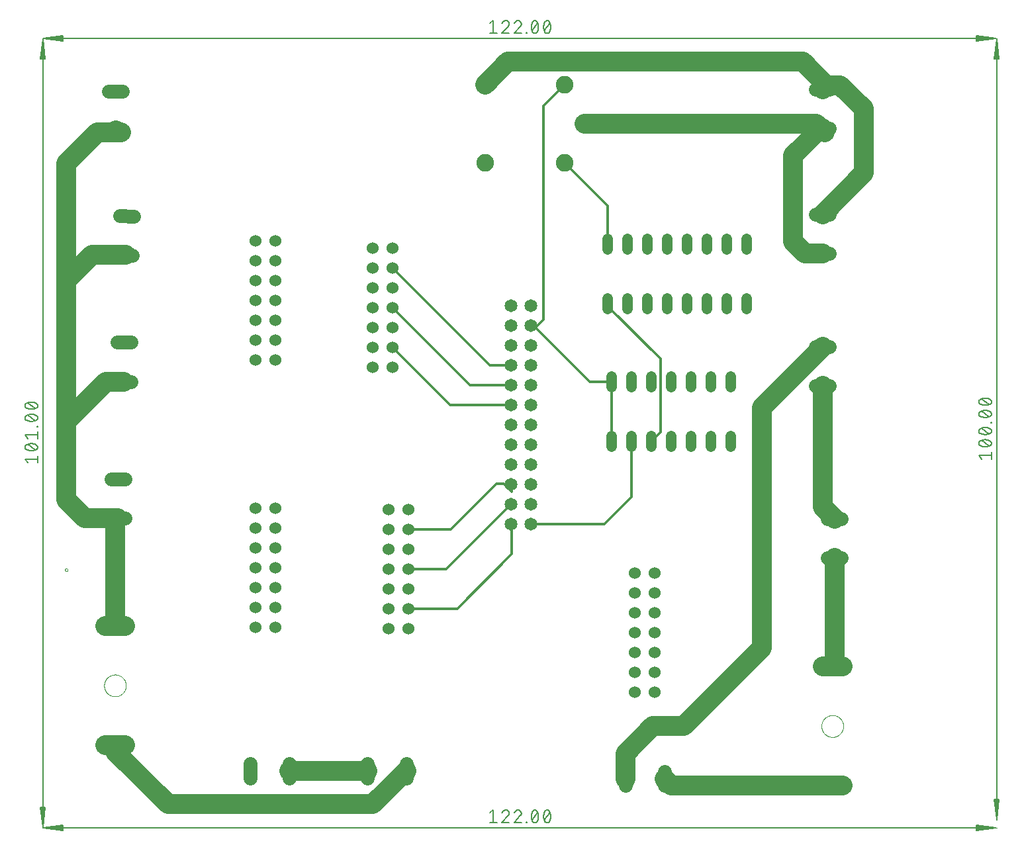
<source format=gtl>
G75*
%MOIN*%
%OFA0B0*%
%FSLAX25Y25*%
%IPPOS*%
%LPD*%
%AMOC8*
5,1,8,0,0,1.08239X$1,22.5*
%
%ADD10C,0.00512*%
%ADD11C,0.00600*%
%ADD12C,0.00000*%
%ADD13C,0.06024*%
%ADD14C,0.07050*%
%ADD15C,0.10000*%
%ADD16C,0.05200*%
%ADD17C,0.06496*%
%ADD18C,0.08858*%
%ADD19C,0.01200*%
D10*
X0013342Y0002513D02*
X0013342Y0002513D01*
X0013342Y0002513D01*
X0013342Y0002769D02*
X0014365Y0012749D01*
X0014599Y0012749D02*
X0013342Y0002769D01*
X0012318Y0012749D01*
X0012085Y0012749D02*
X0014599Y0012749D01*
X0013854Y0012749D02*
X0013342Y0002769D01*
X0012830Y0012749D01*
X0012085Y0012749D02*
X0013342Y0002769D01*
X0013342Y0399895D01*
X0014365Y0389914D01*
X0014599Y0389914D02*
X0013342Y0399895D01*
X0012318Y0389914D01*
X0012085Y0389914D02*
X0014599Y0389914D01*
X0013854Y0389914D02*
X0013342Y0399895D01*
X0012830Y0389914D01*
X0012085Y0389914D02*
X0013342Y0399895D01*
X0013342Y0400151D02*
X0013342Y0400151D01*
X0013342Y0400151D01*
X0013598Y0400151D02*
X0023578Y0399127D01*
X0023578Y0398894D02*
X0013598Y0400151D01*
X0023578Y0401174D01*
X0023578Y0401407D02*
X0023578Y0398894D01*
X0023578Y0399639D02*
X0013598Y0400151D01*
X0023578Y0400662D01*
X0023578Y0401407D02*
X0013598Y0400151D01*
X0493401Y0400151D01*
X0483421Y0399127D01*
X0483421Y0398894D02*
X0493401Y0400151D01*
X0483421Y0401174D01*
X0483421Y0401407D02*
X0483421Y0398894D01*
X0483421Y0399639D02*
X0493401Y0400151D01*
X0483421Y0400662D01*
X0483421Y0401407D02*
X0493401Y0400151D01*
X0493657Y0400151D02*
X0493657Y0400151D01*
X0493657Y0400151D01*
X0493657Y0399895D02*
X0494680Y0389914D01*
X0494914Y0389914D02*
X0493657Y0399895D01*
X0492633Y0389914D01*
X0492400Y0389914D02*
X0494914Y0389914D01*
X0494169Y0389914D02*
X0493657Y0399895D01*
X0493145Y0389914D01*
X0492400Y0389914D02*
X0493657Y0399895D01*
X0493657Y0006706D01*
X0494680Y0016686D01*
X0494914Y0016686D02*
X0493657Y0006706D01*
X0492633Y0016686D01*
X0492400Y0016686D02*
X0494914Y0016686D01*
X0494169Y0016686D02*
X0493657Y0006706D01*
X0493145Y0016686D01*
X0492400Y0016686D02*
X0493657Y0006706D01*
X0493657Y0006450D02*
X0493657Y0006450D01*
X0493657Y0002513D02*
X0493657Y0002513D01*
X0493401Y0002513D02*
X0483421Y0001489D01*
X0483421Y0001256D02*
X0493401Y0002513D01*
X0483421Y0003536D01*
X0483421Y0003770D02*
X0483421Y0001256D01*
X0483421Y0002001D02*
X0493401Y0002513D01*
X0483421Y0003025D01*
X0483421Y0003770D02*
X0493401Y0002513D01*
X0013598Y0002513D01*
X0023578Y0001489D01*
X0023578Y0001256D02*
X0013598Y0002513D01*
X0023578Y0003536D01*
X0023578Y0003770D02*
X0023578Y0001256D01*
X0023578Y0002001D02*
X0013598Y0002513D01*
X0023578Y0003025D01*
X0023578Y0003770D02*
X0013598Y0002513D01*
D11*
X0010780Y0186310D02*
X0010780Y0189866D01*
X0010780Y0188088D02*
X0004380Y0188088D01*
X0005802Y0186310D01*
X0007580Y0196019D02*
X0007721Y0196017D01*
X0007861Y0196011D01*
X0008002Y0196002D01*
X0008142Y0195989D01*
X0008282Y0195972D01*
X0008421Y0195952D01*
X0008559Y0195927D01*
X0008697Y0195899D01*
X0008834Y0195868D01*
X0008971Y0195832D01*
X0009106Y0195793D01*
X0009240Y0195751D01*
X0009373Y0195705D01*
X0009505Y0195655D01*
X0009635Y0195602D01*
X0009764Y0195546D01*
X0009891Y0195486D01*
X0009891Y0195487D02*
X0009957Y0195462D01*
X0010022Y0195434D01*
X0010086Y0195402D01*
X0010147Y0195367D01*
X0010207Y0195328D01*
X0010265Y0195287D01*
X0010320Y0195242D01*
X0010372Y0195194D01*
X0010422Y0195144D01*
X0010470Y0195091D01*
X0010514Y0195035D01*
X0010555Y0194978D01*
X0010593Y0194918D01*
X0010628Y0194856D01*
X0010659Y0194792D01*
X0010687Y0194727D01*
X0010712Y0194660D01*
X0010732Y0194593D01*
X0010749Y0194524D01*
X0010763Y0194454D01*
X0010772Y0194384D01*
X0010778Y0194313D01*
X0010780Y0194242D01*
X0010778Y0194171D01*
X0010772Y0194100D01*
X0010763Y0194030D01*
X0010749Y0193960D01*
X0010732Y0193891D01*
X0010712Y0193824D01*
X0010687Y0193757D01*
X0010659Y0193692D01*
X0010628Y0193628D01*
X0010593Y0193566D01*
X0010555Y0193506D01*
X0010514Y0193448D01*
X0010470Y0193393D01*
X0010422Y0193340D01*
X0010372Y0193290D01*
X0010320Y0193242D01*
X0010265Y0193197D01*
X0010207Y0193156D01*
X0010147Y0193117D01*
X0010086Y0193082D01*
X0010022Y0193050D01*
X0009957Y0193022D01*
X0009891Y0192997D01*
X0009358Y0192820D02*
X0005802Y0195664D01*
X0005269Y0195487D02*
X0005203Y0195462D01*
X0005138Y0195434D01*
X0005074Y0195402D01*
X0005013Y0195367D01*
X0004953Y0195328D01*
X0004895Y0195287D01*
X0004840Y0195242D01*
X0004788Y0195194D01*
X0004738Y0195144D01*
X0004690Y0195091D01*
X0004646Y0195036D01*
X0004605Y0194978D01*
X0004567Y0194918D01*
X0004532Y0194856D01*
X0004501Y0194792D01*
X0004473Y0194727D01*
X0004448Y0194660D01*
X0004428Y0194593D01*
X0004411Y0194524D01*
X0004397Y0194454D01*
X0004388Y0194384D01*
X0004382Y0194313D01*
X0004380Y0194242D01*
X0004382Y0194171D01*
X0004388Y0194100D01*
X0004397Y0194030D01*
X0004411Y0193960D01*
X0004428Y0193891D01*
X0004448Y0193824D01*
X0004473Y0193757D01*
X0004501Y0193692D01*
X0004532Y0193628D01*
X0004567Y0193566D01*
X0004605Y0193506D01*
X0004646Y0193448D01*
X0004690Y0193393D01*
X0004738Y0193340D01*
X0004788Y0193290D01*
X0004840Y0193242D01*
X0004895Y0193197D01*
X0004953Y0193156D01*
X0005013Y0193117D01*
X0005074Y0193082D01*
X0005138Y0193050D01*
X0005203Y0193022D01*
X0005269Y0192997D01*
X0005269Y0195487D02*
X0005396Y0195547D01*
X0005525Y0195603D01*
X0005655Y0195656D01*
X0005787Y0195706D01*
X0005920Y0195752D01*
X0006054Y0195794D01*
X0006189Y0195833D01*
X0006326Y0195869D01*
X0006463Y0195900D01*
X0006601Y0195928D01*
X0006739Y0195953D01*
X0006878Y0195973D01*
X0007018Y0195990D01*
X0007158Y0196003D01*
X0007299Y0196012D01*
X0007439Y0196018D01*
X0007580Y0196020D01*
X0007580Y0192464D02*
X0007439Y0192466D01*
X0007299Y0192472D01*
X0007158Y0192481D01*
X0007018Y0192494D01*
X0006878Y0192511D01*
X0006739Y0192531D01*
X0006601Y0192556D01*
X0006463Y0192584D01*
X0006326Y0192615D01*
X0006189Y0192651D01*
X0006054Y0192690D01*
X0005920Y0192732D01*
X0005787Y0192778D01*
X0005655Y0192828D01*
X0005525Y0192881D01*
X0005396Y0192937D01*
X0005269Y0192997D01*
X0007580Y0192464D02*
X0007721Y0192466D01*
X0007861Y0192472D01*
X0008002Y0192481D01*
X0008142Y0192494D01*
X0008282Y0192511D01*
X0008421Y0192531D01*
X0008559Y0192556D01*
X0008697Y0192584D01*
X0008834Y0192615D01*
X0008971Y0192651D01*
X0009106Y0192690D01*
X0009240Y0192732D01*
X0009373Y0192778D01*
X0009505Y0192828D01*
X0009635Y0192881D01*
X0009764Y0192937D01*
X0009891Y0192997D01*
X0010780Y0198618D02*
X0010780Y0202174D01*
X0010780Y0200396D02*
X0004380Y0200396D01*
X0005802Y0198618D01*
X0007580Y0210789D02*
X0007721Y0210787D01*
X0007861Y0210781D01*
X0008002Y0210772D01*
X0008142Y0210759D01*
X0008282Y0210742D01*
X0008421Y0210722D01*
X0008559Y0210697D01*
X0008697Y0210669D01*
X0008834Y0210638D01*
X0008971Y0210602D01*
X0009106Y0210563D01*
X0009240Y0210521D01*
X0009373Y0210475D01*
X0009505Y0210425D01*
X0009635Y0210372D01*
X0009764Y0210316D01*
X0009891Y0210256D01*
X0009891Y0210257D02*
X0009957Y0210232D01*
X0010022Y0210204D01*
X0010086Y0210172D01*
X0010147Y0210137D01*
X0010207Y0210098D01*
X0010265Y0210057D01*
X0010320Y0210012D01*
X0010372Y0209964D01*
X0010422Y0209914D01*
X0010470Y0209861D01*
X0010514Y0209805D01*
X0010555Y0209748D01*
X0010593Y0209688D01*
X0010628Y0209626D01*
X0010659Y0209562D01*
X0010687Y0209497D01*
X0010712Y0209430D01*
X0010732Y0209363D01*
X0010749Y0209294D01*
X0010763Y0209224D01*
X0010772Y0209154D01*
X0010778Y0209083D01*
X0010780Y0209012D01*
X0010778Y0208941D01*
X0010772Y0208870D01*
X0010763Y0208800D01*
X0010749Y0208730D01*
X0010732Y0208661D01*
X0010712Y0208594D01*
X0010687Y0208527D01*
X0010659Y0208462D01*
X0010628Y0208398D01*
X0010593Y0208336D01*
X0010555Y0208276D01*
X0010514Y0208218D01*
X0010470Y0208163D01*
X0010422Y0208110D01*
X0010372Y0208060D01*
X0010320Y0208012D01*
X0010265Y0207967D01*
X0010207Y0207926D01*
X0010147Y0207887D01*
X0010086Y0207852D01*
X0010022Y0207820D01*
X0009957Y0207792D01*
X0009891Y0207767D01*
X0009358Y0207589D02*
X0005802Y0210434D01*
X0005269Y0210257D02*
X0005203Y0210232D01*
X0005138Y0210204D01*
X0005074Y0210172D01*
X0005013Y0210137D01*
X0004953Y0210098D01*
X0004895Y0210057D01*
X0004840Y0210012D01*
X0004788Y0209964D01*
X0004738Y0209914D01*
X0004690Y0209861D01*
X0004646Y0209806D01*
X0004605Y0209748D01*
X0004567Y0209688D01*
X0004532Y0209626D01*
X0004501Y0209562D01*
X0004473Y0209497D01*
X0004448Y0209430D01*
X0004428Y0209363D01*
X0004411Y0209294D01*
X0004397Y0209224D01*
X0004388Y0209154D01*
X0004382Y0209083D01*
X0004380Y0209012D01*
X0004382Y0208941D01*
X0004388Y0208870D01*
X0004397Y0208800D01*
X0004411Y0208730D01*
X0004428Y0208661D01*
X0004448Y0208594D01*
X0004473Y0208527D01*
X0004501Y0208462D01*
X0004532Y0208398D01*
X0004567Y0208336D01*
X0004605Y0208276D01*
X0004646Y0208218D01*
X0004690Y0208163D01*
X0004738Y0208110D01*
X0004788Y0208060D01*
X0004840Y0208012D01*
X0004895Y0207967D01*
X0004953Y0207926D01*
X0005013Y0207887D01*
X0005074Y0207852D01*
X0005138Y0207820D01*
X0005203Y0207792D01*
X0005269Y0207767D01*
X0005269Y0210256D02*
X0005396Y0210316D01*
X0005525Y0210372D01*
X0005655Y0210425D01*
X0005787Y0210475D01*
X0005920Y0210521D01*
X0006054Y0210563D01*
X0006189Y0210602D01*
X0006326Y0210638D01*
X0006463Y0210669D01*
X0006601Y0210697D01*
X0006739Y0210722D01*
X0006878Y0210742D01*
X0007018Y0210759D01*
X0007158Y0210772D01*
X0007299Y0210781D01*
X0007439Y0210787D01*
X0007580Y0210789D01*
X0009891Y0216410D02*
X0009764Y0216470D01*
X0009635Y0216526D01*
X0009505Y0216579D01*
X0009373Y0216629D01*
X0009240Y0216675D01*
X0009106Y0216717D01*
X0008971Y0216756D01*
X0008834Y0216792D01*
X0008697Y0216823D01*
X0008559Y0216851D01*
X0008421Y0216876D01*
X0008282Y0216896D01*
X0008142Y0216913D01*
X0008002Y0216926D01*
X0007861Y0216935D01*
X0007721Y0216941D01*
X0007580Y0216943D01*
X0007580Y0213388D02*
X0007439Y0213390D01*
X0007299Y0213396D01*
X0007158Y0213405D01*
X0007018Y0213418D01*
X0006878Y0213435D01*
X0006739Y0213455D01*
X0006601Y0213480D01*
X0006463Y0213508D01*
X0006326Y0213539D01*
X0006189Y0213575D01*
X0006054Y0213614D01*
X0005920Y0213656D01*
X0005787Y0213702D01*
X0005655Y0213752D01*
X0005525Y0213805D01*
X0005396Y0213861D01*
X0005269Y0213921D01*
X0004380Y0215166D02*
X0004382Y0215237D01*
X0004388Y0215308D01*
X0004397Y0215378D01*
X0004411Y0215448D01*
X0004428Y0215517D01*
X0004448Y0215584D01*
X0004473Y0215651D01*
X0004501Y0215716D01*
X0004532Y0215780D01*
X0004567Y0215842D01*
X0004605Y0215902D01*
X0004646Y0215960D01*
X0004690Y0216015D01*
X0004738Y0216068D01*
X0004788Y0216118D01*
X0004840Y0216166D01*
X0004895Y0216211D01*
X0004953Y0216252D01*
X0005013Y0216291D01*
X0005074Y0216326D01*
X0005138Y0216358D01*
X0005203Y0216386D01*
X0005269Y0216411D01*
X0005802Y0216588D02*
X0009358Y0213743D01*
X0010780Y0215166D02*
X0010778Y0215237D01*
X0010772Y0215308D01*
X0010763Y0215378D01*
X0010749Y0215448D01*
X0010732Y0215517D01*
X0010712Y0215584D01*
X0010687Y0215651D01*
X0010659Y0215716D01*
X0010628Y0215780D01*
X0010593Y0215842D01*
X0010555Y0215902D01*
X0010514Y0215959D01*
X0010470Y0216015D01*
X0010422Y0216068D01*
X0010372Y0216118D01*
X0010320Y0216166D01*
X0010265Y0216211D01*
X0010207Y0216252D01*
X0010147Y0216291D01*
X0010086Y0216326D01*
X0010022Y0216358D01*
X0009957Y0216386D01*
X0009891Y0216411D01*
X0010780Y0215166D02*
X0010778Y0215095D01*
X0010772Y0215024D01*
X0010763Y0214954D01*
X0010749Y0214884D01*
X0010732Y0214815D01*
X0010712Y0214748D01*
X0010687Y0214681D01*
X0010659Y0214616D01*
X0010628Y0214552D01*
X0010593Y0214490D01*
X0010555Y0214430D01*
X0010514Y0214372D01*
X0010470Y0214317D01*
X0010422Y0214264D01*
X0010372Y0214214D01*
X0010320Y0214166D01*
X0010265Y0214121D01*
X0010207Y0214080D01*
X0010147Y0214041D01*
X0010086Y0214006D01*
X0010022Y0213974D01*
X0009957Y0213946D01*
X0009891Y0213921D01*
X0009891Y0207767D02*
X0009764Y0207707D01*
X0009635Y0207651D01*
X0009505Y0207598D01*
X0009373Y0207548D01*
X0009240Y0207502D01*
X0009106Y0207460D01*
X0008971Y0207421D01*
X0008834Y0207385D01*
X0008697Y0207354D01*
X0008559Y0207326D01*
X0008421Y0207301D01*
X0008282Y0207281D01*
X0008142Y0207264D01*
X0008002Y0207251D01*
X0007861Y0207242D01*
X0007721Y0207236D01*
X0007580Y0207234D01*
X0010424Y0204881D02*
X0010780Y0204881D01*
X0010780Y0204526D01*
X0010424Y0204526D01*
X0010424Y0204881D01*
X0007580Y0216943D02*
X0007439Y0216941D01*
X0007299Y0216935D01*
X0007158Y0216926D01*
X0007018Y0216913D01*
X0006878Y0216896D01*
X0006739Y0216876D01*
X0006601Y0216851D01*
X0006463Y0216823D01*
X0006326Y0216792D01*
X0006189Y0216756D01*
X0006054Y0216717D01*
X0005920Y0216675D01*
X0005787Y0216629D01*
X0005655Y0216579D01*
X0005525Y0216526D01*
X0005396Y0216470D01*
X0005269Y0216410D01*
X0004380Y0215166D02*
X0004382Y0215095D01*
X0004388Y0215024D01*
X0004397Y0214954D01*
X0004411Y0214884D01*
X0004428Y0214815D01*
X0004448Y0214748D01*
X0004473Y0214681D01*
X0004501Y0214616D01*
X0004532Y0214552D01*
X0004567Y0214490D01*
X0004605Y0214430D01*
X0004646Y0214372D01*
X0004690Y0214317D01*
X0004738Y0214264D01*
X0004788Y0214214D01*
X0004840Y0214166D01*
X0004895Y0214121D01*
X0004953Y0214080D01*
X0005013Y0214041D01*
X0005074Y0214006D01*
X0005138Y0213974D01*
X0005203Y0213946D01*
X0005269Y0213921D01*
X0005269Y0207767D02*
X0005396Y0207707D01*
X0005525Y0207651D01*
X0005655Y0207598D01*
X0005787Y0207548D01*
X0005920Y0207502D01*
X0006054Y0207460D01*
X0006189Y0207421D01*
X0006326Y0207385D01*
X0006463Y0207354D01*
X0006601Y0207326D01*
X0006739Y0207301D01*
X0006878Y0207281D01*
X0007018Y0207264D01*
X0007158Y0207251D01*
X0007299Y0207242D01*
X0007439Y0207236D01*
X0007580Y0207234D01*
X0007580Y0213388D02*
X0007721Y0213390D01*
X0007861Y0213396D01*
X0008002Y0213405D01*
X0008142Y0213418D01*
X0008282Y0213435D01*
X0008421Y0213455D01*
X0008559Y0213480D01*
X0008697Y0213508D01*
X0008834Y0213539D01*
X0008971Y0213575D01*
X0009106Y0213614D01*
X0009240Y0213656D01*
X0009373Y0213702D01*
X0009505Y0213752D01*
X0009635Y0213805D01*
X0009764Y0213861D01*
X0009891Y0213921D01*
X0238478Y0402712D02*
X0242033Y0402712D01*
X0240255Y0402712D02*
X0240255Y0409112D01*
X0238478Y0407690D01*
X0244632Y0402712D02*
X0248187Y0402712D01*
X0250786Y0402712D02*
X0254341Y0402712D01*
X0256694Y0402712D02*
X0257049Y0402712D01*
X0257049Y0403068D01*
X0256694Y0403068D01*
X0256694Y0402712D01*
X0262424Y0403601D02*
X0262484Y0403728D01*
X0262540Y0403857D01*
X0262593Y0403987D01*
X0262643Y0404119D01*
X0262689Y0404252D01*
X0262731Y0404386D01*
X0262770Y0404521D01*
X0262806Y0404658D01*
X0262837Y0404795D01*
X0262865Y0404933D01*
X0262890Y0405071D01*
X0262910Y0405210D01*
X0262927Y0405350D01*
X0262940Y0405490D01*
X0262949Y0405631D01*
X0262955Y0405771D01*
X0262957Y0405912D01*
X0268578Y0403601D02*
X0268638Y0403728D01*
X0268694Y0403857D01*
X0268747Y0403987D01*
X0268797Y0404119D01*
X0268843Y0404252D01*
X0268885Y0404386D01*
X0268924Y0404521D01*
X0268960Y0404658D01*
X0268991Y0404795D01*
X0269019Y0404933D01*
X0269044Y0405071D01*
X0269064Y0405210D01*
X0269081Y0405350D01*
X0269094Y0405490D01*
X0269103Y0405631D01*
X0269109Y0405771D01*
X0269111Y0405912D01*
X0265555Y0405912D02*
X0265557Y0406053D01*
X0265563Y0406193D01*
X0265572Y0406334D01*
X0265585Y0406474D01*
X0265602Y0406614D01*
X0265622Y0406753D01*
X0265647Y0406891D01*
X0265675Y0407029D01*
X0265706Y0407166D01*
X0265742Y0407303D01*
X0265781Y0407438D01*
X0265823Y0407572D01*
X0265869Y0407705D01*
X0265919Y0407837D01*
X0265972Y0407967D01*
X0266028Y0408096D01*
X0266088Y0408223D01*
X0266088Y0408224D02*
X0266113Y0408290D01*
X0266141Y0408355D01*
X0266173Y0408419D01*
X0266208Y0408480D01*
X0266247Y0408540D01*
X0266288Y0408598D01*
X0266333Y0408653D01*
X0266381Y0408705D01*
X0266431Y0408755D01*
X0266484Y0408803D01*
X0266539Y0408847D01*
X0266597Y0408888D01*
X0266657Y0408926D01*
X0266719Y0408961D01*
X0266783Y0408992D01*
X0266848Y0409020D01*
X0266915Y0409045D01*
X0266982Y0409065D01*
X0267051Y0409082D01*
X0267121Y0409096D01*
X0267191Y0409105D01*
X0267262Y0409111D01*
X0267333Y0409113D01*
X0267404Y0409111D01*
X0267475Y0409105D01*
X0267545Y0409096D01*
X0267615Y0409082D01*
X0267684Y0409065D01*
X0267751Y0409045D01*
X0267818Y0409020D01*
X0267883Y0408992D01*
X0267947Y0408961D01*
X0268009Y0408926D01*
X0268069Y0408888D01*
X0268127Y0408847D01*
X0268182Y0408803D01*
X0268235Y0408755D01*
X0268285Y0408705D01*
X0268333Y0408653D01*
X0268378Y0408598D01*
X0268419Y0408540D01*
X0268458Y0408480D01*
X0268493Y0408419D01*
X0268525Y0408355D01*
X0268553Y0408290D01*
X0268578Y0408224D01*
X0268755Y0407690D02*
X0265911Y0404135D01*
X0267333Y0402712D02*
X0267404Y0402714D01*
X0267475Y0402720D01*
X0267545Y0402729D01*
X0267615Y0402743D01*
X0267684Y0402760D01*
X0267751Y0402780D01*
X0267818Y0402805D01*
X0267883Y0402833D01*
X0267947Y0402864D01*
X0268009Y0402899D01*
X0268069Y0402937D01*
X0268126Y0402978D01*
X0268182Y0403022D01*
X0268235Y0403070D01*
X0268285Y0403120D01*
X0268333Y0403172D01*
X0268378Y0403227D01*
X0268419Y0403285D01*
X0268458Y0403345D01*
X0268493Y0403406D01*
X0268525Y0403470D01*
X0268553Y0403535D01*
X0268578Y0403601D01*
X0267333Y0402712D02*
X0267262Y0402714D01*
X0267191Y0402720D01*
X0267121Y0402729D01*
X0267051Y0402743D01*
X0266982Y0402760D01*
X0266915Y0402780D01*
X0266848Y0402805D01*
X0266783Y0402833D01*
X0266719Y0402864D01*
X0266657Y0402899D01*
X0266597Y0402937D01*
X0266539Y0402978D01*
X0266484Y0403022D01*
X0266431Y0403070D01*
X0266381Y0403120D01*
X0266333Y0403172D01*
X0266288Y0403227D01*
X0266247Y0403285D01*
X0266208Y0403345D01*
X0266173Y0403406D01*
X0266141Y0403470D01*
X0266113Y0403535D01*
X0266088Y0403601D01*
X0259935Y0403601D02*
X0259875Y0403728D01*
X0259819Y0403857D01*
X0259766Y0403987D01*
X0259716Y0404119D01*
X0259670Y0404252D01*
X0259628Y0404386D01*
X0259589Y0404521D01*
X0259553Y0404658D01*
X0259522Y0404795D01*
X0259494Y0404933D01*
X0259469Y0405071D01*
X0259449Y0405210D01*
X0259432Y0405350D01*
X0259419Y0405490D01*
X0259410Y0405631D01*
X0259404Y0405771D01*
X0259402Y0405912D01*
X0262957Y0405912D02*
X0262955Y0406053D01*
X0262949Y0406193D01*
X0262940Y0406334D01*
X0262927Y0406474D01*
X0262910Y0406614D01*
X0262890Y0406753D01*
X0262865Y0406891D01*
X0262837Y0407029D01*
X0262806Y0407166D01*
X0262770Y0407303D01*
X0262731Y0407438D01*
X0262689Y0407572D01*
X0262643Y0407705D01*
X0262593Y0407837D01*
X0262540Y0407967D01*
X0262484Y0408096D01*
X0262424Y0408223D01*
X0262601Y0407690D02*
X0259757Y0404135D01*
X0261179Y0402712D02*
X0261250Y0402714D01*
X0261321Y0402720D01*
X0261391Y0402729D01*
X0261461Y0402743D01*
X0261530Y0402760D01*
X0261597Y0402780D01*
X0261664Y0402805D01*
X0261729Y0402833D01*
X0261793Y0402864D01*
X0261855Y0402899D01*
X0261915Y0402937D01*
X0261972Y0402978D01*
X0262028Y0403022D01*
X0262081Y0403070D01*
X0262131Y0403120D01*
X0262179Y0403172D01*
X0262224Y0403227D01*
X0262265Y0403285D01*
X0262304Y0403345D01*
X0262339Y0403406D01*
X0262371Y0403470D01*
X0262399Y0403535D01*
X0262424Y0403601D01*
X0261179Y0402712D02*
X0261108Y0402714D01*
X0261037Y0402720D01*
X0260967Y0402729D01*
X0260897Y0402743D01*
X0260828Y0402760D01*
X0260761Y0402780D01*
X0260694Y0402805D01*
X0260629Y0402833D01*
X0260565Y0402864D01*
X0260503Y0402899D01*
X0260443Y0402937D01*
X0260385Y0402978D01*
X0260330Y0403022D01*
X0260277Y0403070D01*
X0260227Y0403120D01*
X0260179Y0403172D01*
X0260134Y0403227D01*
X0260093Y0403285D01*
X0260054Y0403345D01*
X0260019Y0403406D01*
X0259987Y0403470D01*
X0259959Y0403535D01*
X0259934Y0403601D01*
X0262424Y0408224D02*
X0262399Y0408290D01*
X0262371Y0408355D01*
X0262339Y0408419D01*
X0262304Y0408480D01*
X0262265Y0408540D01*
X0262224Y0408598D01*
X0262179Y0408653D01*
X0262131Y0408705D01*
X0262081Y0408755D01*
X0262028Y0408803D01*
X0261973Y0408847D01*
X0261915Y0408888D01*
X0261855Y0408926D01*
X0261793Y0408961D01*
X0261729Y0408992D01*
X0261664Y0409020D01*
X0261597Y0409045D01*
X0261530Y0409065D01*
X0261461Y0409082D01*
X0261391Y0409096D01*
X0261321Y0409105D01*
X0261250Y0409111D01*
X0261179Y0409113D01*
X0261108Y0409111D01*
X0261037Y0409105D01*
X0260967Y0409096D01*
X0260897Y0409082D01*
X0260828Y0409065D01*
X0260761Y0409045D01*
X0260694Y0409020D01*
X0260629Y0408992D01*
X0260565Y0408961D01*
X0260503Y0408926D01*
X0260443Y0408888D01*
X0260385Y0408847D01*
X0260330Y0408803D01*
X0260277Y0408755D01*
X0260227Y0408705D01*
X0260179Y0408653D01*
X0260134Y0408598D01*
X0260093Y0408540D01*
X0260054Y0408480D01*
X0260019Y0408419D01*
X0259987Y0408355D01*
X0259959Y0408290D01*
X0259934Y0408224D01*
X0268578Y0408223D02*
X0268638Y0408096D01*
X0268694Y0407967D01*
X0268747Y0407837D01*
X0268797Y0407705D01*
X0268843Y0407572D01*
X0268885Y0407438D01*
X0268924Y0407303D01*
X0268960Y0407166D01*
X0268991Y0407029D01*
X0269019Y0406891D01*
X0269044Y0406753D01*
X0269064Y0406614D01*
X0269081Y0406474D01*
X0269094Y0406334D01*
X0269103Y0406193D01*
X0269109Y0406053D01*
X0269111Y0405912D01*
X0265556Y0405912D02*
X0265558Y0405771D01*
X0265564Y0405631D01*
X0265573Y0405490D01*
X0265586Y0405350D01*
X0265603Y0405210D01*
X0265623Y0405071D01*
X0265648Y0404933D01*
X0265676Y0404795D01*
X0265707Y0404658D01*
X0265743Y0404521D01*
X0265782Y0404386D01*
X0265824Y0404252D01*
X0265870Y0404119D01*
X0265920Y0403987D01*
X0265973Y0403857D01*
X0266029Y0403728D01*
X0266089Y0403601D01*
X0259401Y0405912D02*
X0259403Y0406053D01*
X0259409Y0406193D01*
X0259418Y0406334D01*
X0259431Y0406474D01*
X0259448Y0406614D01*
X0259468Y0406753D01*
X0259493Y0406891D01*
X0259521Y0407029D01*
X0259552Y0407166D01*
X0259588Y0407303D01*
X0259627Y0407438D01*
X0259669Y0407572D01*
X0259715Y0407705D01*
X0259765Y0407837D01*
X0259818Y0407967D01*
X0259874Y0408096D01*
X0259934Y0408223D01*
X0253808Y0406268D02*
X0250786Y0402712D01*
X0247654Y0406268D02*
X0244632Y0402712D01*
X0244631Y0407690D02*
X0244660Y0407775D01*
X0244693Y0407858D01*
X0244730Y0407939D01*
X0244770Y0408019D01*
X0244813Y0408096D01*
X0244860Y0408172D01*
X0244910Y0408246D01*
X0244963Y0408318D01*
X0245019Y0408387D01*
X0245078Y0408454D01*
X0245140Y0408518D01*
X0245205Y0408579D01*
X0245272Y0408638D01*
X0245342Y0408693D01*
X0245414Y0408746D01*
X0245488Y0408795D01*
X0245565Y0408841D01*
X0245643Y0408883D01*
X0245723Y0408923D01*
X0245805Y0408958D01*
X0245888Y0408991D01*
X0245972Y0409019D01*
X0246058Y0409044D01*
X0246145Y0409065D01*
X0246232Y0409082D01*
X0246320Y0409096D01*
X0246409Y0409105D01*
X0246498Y0409111D01*
X0246587Y0409113D01*
X0246587Y0409112D02*
X0246666Y0409110D01*
X0246744Y0409104D01*
X0246822Y0409095D01*
X0246899Y0409081D01*
X0246976Y0409064D01*
X0247051Y0409043D01*
X0247126Y0409018D01*
X0247199Y0408990D01*
X0247271Y0408958D01*
X0247341Y0408923D01*
X0247410Y0408884D01*
X0247476Y0408842D01*
X0247540Y0408797D01*
X0247602Y0408749D01*
X0247661Y0408698D01*
X0247718Y0408643D01*
X0247773Y0408586D01*
X0247824Y0408527D01*
X0247872Y0408465D01*
X0247917Y0408401D01*
X0247959Y0408335D01*
X0247998Y0408266D01*
X0248033Y0408196D01*
X0248065Y0408124D01*
X0248093Y0408051D01*
X0248118Y0407976D01*
X0248139Y0407901D01*
X0248156Y0407824D01*
X0248170Y0407747D01*
X0248179Y0407669D01*
X0248185Y0407591D01*
X0248187Y0407512D01*
X0248188Y0407512D02*
X0248186Y0407430D01*
X0248180Y0407348D01*
X0248170Y0407267D01*
X0248157Y0407186D01*
X0248139Y0407106D01*
X0248118Y0407027D01*
X0248093Y0406949D01*
X0248065Y0406873D01*
X0248032Y0406797D01*
X0247997Y0406724D01*
X0247957Y0406652D01*
X0247915Y0406582D01*
X0247869Y0406514D01*
X0247820Y0406449D01*
X0247768Y0406386D01*
X0247712Y0406325D01*
X0247655Y0406267D01*
X0253809Y0406267D02*
X0253866Y0406325D01*
X0253922Y0406386D01*
X0253974Y0406449D01*
X0254023Y0406514D01*
X0254069Y0406582D01*
X0254111Y0406652D01*
X0254151Y0406724D01*
X0254186Y0406797D01*
X0254219Y0406873D01*
X0254247Y0406949D01*
X0254272Y0407027D01*
X0254293Y0407106D01*
X0254311Y0407186D01*
X0254324Y0407267D01*
X0254334Y0407348D01*
X0254340Y0407430D01*
X0254342Y0407512D01*
X0254341Y0407512D02*
X0254339Y0407591D01*
X0254333Y0407669D01*
X0254324Y0407747D01*
X0254310Y0407824D01*
X0254293Y0407901D01*
X0254272Y0407976D01*
X0254247Y0408051D01*
X0254219Y0408124D01*
X0254187Y0408196D01*
X0254152Y0408266D01*
X0254113Y0408335D01*
X0254071Y0408401D01*
X0254026Y0408465D01*
X0253978Y0408527D01*
X0253927Y0408586D01*
X0253872Y0408643D01*
X0253815Y0408698D01*
X0253756Y0408749D01*
X0253694Y0408797D01*
X0253630Y0408842D01*
X0253564Y0408884D01*
X0253495Y0408923D01*
X0253425Y0408958D01*
X0253353Y0408990D01*
X0253280Y0409018D01*
X0253205Y0409043D01*
X0253130Y0409064D01*
X0253053Y0409081D01*
X0252976Y0409095D01*
X0252898Y0409104D01*
X0252820Y0409110D01*
X0252741Y0409112D01*
X0252741Y0409113D02*
X0252652Y0409111D01*
X0252563Y0409105D01*
X0252474Y0409096D01*
X0252386Y0409082D01*
X0252299Y0409065D01*
X0252212Y0409044D01*
X0252126Y0409019D01*
X0252042Y0408991D01*
X0251959Y0408958D01*
X0251877Y0408923D01*
X0251797Y0408883D01*
X0251719Y0408841D01*
X0251642Y0408795D01*
X0251568Y0408746D01*
X0251496Y0408693D01*
X0251426Y0408638D01*
X0251359Y0408579D01*
X0251294Y0408518D01*
X0251232Y0408454D01*
X0251173Y0408387D01*
X0251117Y0408318D01*
X0251064Y0408246D01*
X0251014Y0408172D01*
X0250967Y0408096D01*
X0250924Y0408019D01*
X0250884Y0407939D01*
X0250847Y0407858D01*
X0250814Y0407775D01*
X0250785Y0407690D01*
X0486117Y0218556D02*
X0489673Y0215712D01*
X0491095Y0217134D02*
X0491093Y0217205D01*
X0491087Y0217276D01*
X0491078Y0217346D01*
X0491064Y0217416D01*
X0491047Y0217485D01*
X0491027Y0217552D01*
X0491002Y0217619D01*
X0490974Y0217684D01*
X0490943Y0217748D01*
X0490908Y0217810D01*
X0490870Y0217870D01*
X0490829Y0217927D01*
X0490785Y0217983D01*
X0490737Y0218036D01*
X0490687Y0218086D01*
X0490635Y0218134D01*
X0490580Y0218179D01*
X0490522Y0218220D01*
X0490462Y0218259D01*
X0490401Y0218294D01*
X0490337Y0218326D01*
X0490272Y0218354D01*
X0490206Y0218379D01*
X0491095Y0217134D02*
X0491093Y0217063D01*
X0491087Y0216992D01*
X0491078Y0216922D01*
X0491064Y0216852D01*
X0491047Y0216783D01*
X0491027Y0216716D01*
X0491002Y0216649D01*
X0490974Y0216584D01*
X0490943Y0216520D01*
X0490908Y0216458D01*
X0490870Y0216398D01*
X0490829Y0216340D01*
X0490785Y0216285D01*
X0490737Y0216232D01*
X0490687Y0216182D01*
X0490635Y0216134D01*
X0490580Y0216089D01*
X0490522Y0216048D01*
X0490462Y0216009D01*
X0490401Y0215974D01*
X0490337Y0215942D01*
X0490272Y0215914D01*
X0490206Y0215889D01*
X0490206Y0209735D02*
X0490079Y0209675D01*
X0489950Y0209619D01*
X0489820Y0209566D01*
X0489688Y0209516D01*
X0489555Y0209470D01*
X0489421Y0209428D01*
X0489286Y0209389D01*
X0489149Y0209353D01*
X0489012Y0209322D01*
X0488874Y0209294D01*
X0488736Y0209269D01*
X0488597Y0209249D01*
X0488457Y0209232D01*
X0488317Y0209219D01*
X0488176Y0209210D01*
X0488036Y0209204D01*
X0487895Y0209202D01*
X0487895Y0212758D02*
X0487754Y0212756D01*
X0487614Y0212750D01*
X0487473Y0212741D01*
X0487333Y0212728D01*
X0487193Y0212711D01*
X0487054Y0212691D01*
X0486916Y0212666D01*
X0486778Y0212638D01*
X0486641Y0212607D01*
X0486504Y0212571D01*
X0486369Y0212532D01*
X0486235Y0212490D01*
X0486102Y0212444D01*
X0485970Y0212394D01*
X0485840Y0212341D01*
X0485711Y0212285D01*
X0485584Y0212225D01*
X0486117Y0212402D02*
X0489673Y0209558D01*
X0491095Y0210980D02*
X0491093Y0211051D01*
X0491087Y0211122D01*
X0491078Y0211192D01*
X0491064Y0211262D01*
X0491047Y0211331D01*
X0491027Y0211398D01*
X0491002Y0211465D01*
X0490974Y0211530D01*
X0490943Y0211594D01*
X0490908Y0211656D01*
X0490870Y0211716D01*
X0490829Y0211773D01*
X0490785Y0211829D01*
X0490737Y0211882D01*
X0490687Y0211932D01*
X0490635Y0211980D01*
X0490580Y0212025D01*
X0490522Y0212066D01*
X0490462Y0212105D01*
X0490401Y0212140D01*
X0490337Y0212172D01*
X0490272Y0212200D01*
X0490206Y0212225D01*
X0491095Y0210980D02*
X0491093Y0210909D01*
X0491087Y0210838D01*
X0491078Y0210768D01*
X0491064Y0210698D01*
X0491047Y0210629D01*
X0491027Y0210562D01*
X0491002Y0210495D01*
X0490974Y0210430D01*
X0490943Y0210366D01*
X0490908Y0210304D01*
X0490870Y0210244D01*
X0490829Y0210186D01*
X0490785Y0210131D01*
X0490737Y0210078D01*
X0490687Y0210028D01*
X0490635Y0209980D01*
X0490580Y0209935D01*
X0490522Y0209894D01*
X0490462Y0209855D01*
X0490401Y0209820D01*
X0490337Y0209788D01*
X0490272Y0209760D01*
X0490206Y0209735D01*
X0490739Y0206850D02*
X0491095Y0206850D01*
X0491095Y0206494D01*
X0490739Y0206494D01*
X0490739Y0206850D01*
X0490206Y0212225D02*
X0490079Y0212285D01*
X0489950Y0212341D01*
X0489820Y0212394D01*
X0489688Y0212444D01*
X0489555Y0212490D01*
X0489421Y0212532D01*
X0489286Y0212571D01*
X0489149Y0212607D01*
X0489012Y0212638D01*
X0488874Y0212666D01*
X0488736Y0212691D01*
X0488597Y0212711D01*
X0488457Y0212728D01*
X0488317Y0212741D01*
X0488176Y0212750D01*
X0488036Y0212756D01*
X0487895Y0212758D01*
X0490206Y0218379D02*
X0490079Y0218439D01*
X0489950Y0218495D01*
X0489820Y0218548D01*
X0489688Y0218598D01*
X0489555Y0218644D01*
X0489421Y0218686D01*
X0489286Y0218725D01*
X0489149Y0218761D01*
X0489012Y0218792D01*
X0488874Y0218820D01*
X0488736Y0218845D01*
X0488597Y0218865D01*
X0488457Y0218882D01*
X0488317Y0218895D01*
X0488176Y0218904D01*
X0488036Y0218910D01*
X0487895Y0218912D01*
X0487895Y0215356D02*
X0487754Y0215358D01*
X0487614Y0215364D01*
X0487473Y0215373D01*
X0487333Y0215386D01*
X0487193Y0215403D01*
X0487054Y0215423D01*
X0486916Y0215448D01*
X0486778Y0215476D01*
X0486641Y0215507D01*
X0486504Y0215543D01*
X0486369Y0215582D01*
X0486235Y0215624D01*
X0486102Y0215670D01*
X0485970Y0215720D01*
X0485840Y0215773D01*
X0485711Y0215829D01*
X0485584Y0215889D01*
X0484695Y0217134D02*
X0484697Y0217205D01*
X0484703Y0217276D01*
X0484712Y0217346D01*
X0484726Y0217416D01*
X0484743Y0217485D01*
X0484763Y0217552D01*
X0484788Y0217619D01*
X0484816Y0217684D01*
X0484847Y0217748D01*
X0484882Y0217810D01*
X0484920Y0217870D01*
X0484961Y0217928D01*
X0485005Y0217983D01*
X0485053Y0218036D01*
X0485103Y0218086D01*
X0485155Y0218134D01*
X0485210Y0218179D01*
X0485268Y0218220D01*
X0485328Y0218259D01*
X0485389Y0218294D01*
X0485453Y0218326D01*
X0485518Y0218354D01*
X0485584Y0218379D01*
X0484694Y0217134D02*
X0484696Y0217063D01*
X0484702Y0216992D01*
X0484711Y0216922D01*
X0484725Y0216852D01*
X0484742Y0216783D01*
X0484762Y0216716D01*
X0484787Y0216649D01*
X0484815Y0216584D01*
X0484846Y0216520D01*
X0484881Y0216458D01*
X0484919Y0216398D01*
X0484960Y0216340D01*
X0485004Y0216285D01*
X0485052Y0216232D01*
X0485102Y0216182D01*
X0485154Y0216134D01*
X0485209Y0216089D01*
X0485267Y0216048D01*
X0485327Y0216009D01*
X0485388Y0215974D01*
X0485452Y0215942D01*
X0485517Y0215914D01*
X0485583Y0215889D01*
X0485584Y0209735D02*
X0485711Y0209675D01*
X0485840Y0209619D01*
X0485970Y0209566D01*
X0486102Y0209516D01*
X0486235Y0209470D01*
X0486369Y0209428D01*
X0486504Y0209389D01*
X0486641Y0209353D01*
X0486778Y0209322D01*
X0486916Y0209294D01*
X0487054Y0209269D01*
X0487193Y0209249D01*
X0487333Y0209232D01*
X0487473Y0209219D01*
X0487614Y0209210D01*
X0487754Y0209204D01*
X0487895Y0209202D01*
X0484695Y0210980D02*
X0484697Y0211051D01*
X0484703Y0211122D01*
X0484712Y0211192D01*
X0484726Y0211262D01*
X0484743Y0211331D01*
X0484763Y0211398D01*
X0484788Y0211465D01*
X0484816Y0211530D01*
X0484847Y0211594D01*
X0484882Y0211656D01*
X0484920Y0211716D01*
X0484961Y0211774D01*
X0485005Y0211829D01*
X0485053Y0211882D01*
X0485103Y0211932D01*
X0485155Y0211980D01*
X0485210Y0212025D01*
X0485268Y0212066D01*
X0485328Y0212105D01*
X0485389Y0212140D01*
X0485453Y0212172D01*
X0485518Y0212200D01*
X0485584Y0212225D01*
X0484694Y0210980D02*
X0484696Y0210909D01*
X0484702Y0210838D01*
X0484711Y0210768D01*
X0484725Y0210698D01*
X0484742Y0210629D01*
X0484762Y0210562D01*
X0484787Y0210495D01*
X0484815Y0210430D01*
X0484846Y0210366D01*
X0484881Y0210304D01*
X0484919Y0210244D01*
X0484960Y0210186D01*
X0485004Y0210131D01*
X0485052Y0210078D01*
X0485102Y0210028D01*
X0485154Y0209980D01*
X0485209Y0209935D01*
X0485267Y0209894D01*
X0485327Y0209855D01*
X0485388Y0209820D01*
X0485452Y0209788D01*
X0485517Y0209760D01*
X0485583Y0209735D01*
X0487895Y0200587D02*
X0488036Y0200589D01*
X0488176Y0200595D01*
X0488317Y0200604D01*
X0488457Y0200617D01*
X0488597Y0200634D01*
X0488736Y0200654D01*
X0488874Y0200679D01*
X0489012Y0200707D01*
X0489149Y0200738D01*
X0489286Y0200774D01*
X0489421Y0200813D01*
X0489555Y0200855D01*
X0489688Y0200901D01*
X0489820Y0200951D01*
X0489950Y0201004D01*
X0490079Y0201060D01*
X0490206Y0201120D01*
X0489673Y0200942D02*
X0486117Y0203787D01*
X0485584Y0203609D02*
X0485518Y0203584D01*
X0485453Y0203556D01*
X0485389Y0203524D01*
X0485328Y0203489D01*
X0485268Y0203450D01*
X0485210Y0203409D01*
X0485155Y0203364D01*
X0485103Y0203316D01*
X0485053Y0203266D01*
X0485005Y0203213D01*
X0484961Y0203158D01*
X0484920Y0203100D01*
X0484882Y0203040D01*
X0484847Y0202978D01*
X0484816Y0202914D01*
X0484788Y0202849D01*
X0484763Y0202782D01*
X0484743Y0202715D01*
X0484726Y0202646D01*
X0484712Y0202576D01*
X0484703Y0202506D01*
X0484697Y0202435D01*
X0484695Y0202364D01*
X0484694Y0202364D02*
X0484696Y0202293D01*
X0484702Y0202222D01*
X0484711Y0202152D01*
X0484725Y0202082D01*
X0484742Y0202013D01*
X0484762Y0201946D01*
X0484787Y0201879D01*
X0484815Y0201814D01*
X0484846Y0201750D01*
X0484881Y0201688D01*
X0484919Y0201628D01*
X0484960Y0201570D01*
X0485004Y0201515D01*
X0485052Y0201462D01*
X0485102Y0201412D01*
X0485154Y0201364D01*
X0485209Y0201319D01*
X0485267Y0201278D01*
X0485327Y0201239D01*
X0485388Y0201204D01*
X0485452Y0201172D01*
X0485517Y0201144D01*
X0485583Y0201119D01*
X0487895Y0194433D02*
X0488036Y0194435D01*
X0488176Y0194441D01*
X0488317Y0194450D01*
X0488457Y0194463D01*
X0488597Y0194480D01*
X0488736Y0194500D01*
X0488874Y0194525D01*
X0489012Y0194553D01*
X0489149Y0194584D01*
X0489286Y0194620D01*
X0489421Y0194659D01*
X0489555Y0194701D01*
X0489688Y0194747D01*
X0489820Y0194797D01*
X0489950Y0194850D01*
X0490079Y0194906D01*
X0490206Y0194966D01*
X0489673Y0194788D02*
X0486117Y0197633D01*
X0485584Y0197455D02*
X0485518Y0197430D01*
X0485453Y0197402D01*
X0485389Y0197370D01*
X0485328Y0197335D01*
X0485268Y0197296D01*
X0485210Y0197255D01*
X0485155Y0197210D01*
X0485103Y0197162D01*
X0485053Y0197112D01*
X0485005Y0197059D01*
X0484961Y0197004D01*
X0484920Y0196946D01*
X0484882Y0196886D01*
X0484847Y0196824D01*
X0484816Y0196760D01*
X0484788Y0196695D01*
X0484763Y0196628D01*
X0484743Y0196561D01*
X0484726Y0196492D01*
X0484712Y0196422D01*
X0484703Y0196352D01*
X0484697Y0196281D01*
X0484695Y0196210D01*
X0484694Y0196210D02*
X0484696Y0196139D01*
X0484702Y0196068D01*
X0484711Y0195998D01*
X0484725Y0195928D01*
X0484742Y0195859D01*
X0484762Y0195792D01*
X0484787Y0195725D01*
X0484815Y0195660D01*
X0484846Y0195596D01*
X0484881Y0195534D01*
X0484919Y0195474D01*
X0484960Y0195416D01*
X0485004Y0195361D01*
X0485052Y0195308D01*
X0485102Y0195258D01*
X0485154Y0195210D01*
X0485209Y0195165D01*
X0485267Y0195124D01*
X0485327Y0195085D01*
X0485388Y0195050D01*
X0485452Y0195018D01*
X0485517Y0194990D01*
X0485583Y0194965D01*
X0485584Y0197455D02*
X0485711Y0197515D01*
X0485840Y0197571D01*
X0485970Y0197624D01*
X0486102Y0197674D01*
X0486235Y0197720D01*
X0486369Y0197762D01*
X0486504Y0197801D01*
X0486641Y0197837D01*
X0486778Y0197868D01*
X0486916Y0197896D01*
X0487054Y0197921D01*
X0487193Y0197941D01*
X0487333Y0197958D01*
X0487473Y0197971D01*
X0487614Y0197980D01*
X0487754Y0197986D01*
X0487895Y0197988D01*
X0490206Y0203609D02*
X0490079Y0203669D01*
X0489950Y0203725D01*
X0489820Y0203778D01*
X0489688Y0203828D01*
X0489555Y0203874D01*
X0489421Y0203916D01*
X0489286Y0203955D01*
X0489149Y0203991D01*
X0489012Y0204022D01*
X0488874Y0204050D01*
X0488736Y0204075D01*
X0488597Y0204095D01*
X0488457Y0204112D01*
X0488317Y0204125D01*
X0488176Y0204134D01*
X0488036Y0204140D01*
X0487895Y0204142D01*
X0487895Y0200587D02*
X0487754Y0200589D01*
X0487614Y0200595D01*
X0487473Y0200604D01*
X0487333Y0200617D01*
X0487193Y0200634D01*
X0487054Y0200654D01*
X0486916Y0200679D01*
X0486778Y0200707D01*
X0486641Y0200738D01*
X0486504Y0200774D01*
X0486369Y0200813D01*
X0486235Y0200855D01*
X0486102Y0200901D01*
X0485970Y0200951D01*
X0485840Y0201004D01*
X0485711Y0201060D01*
X0485584Y0201120D01*
X0485584Y0194966D02*
X0485711Y0194906D01*
X0485840Y0194850D01*
X0485970Y0194797D01*
X0486102Y0194747D01*
X0486235Y0194701D01*
X0486369Y0194659D01*
X0486504Y0194620D01*
X0486641Y0194584D01*
X0486778Y0194553D01*
X0486916Y0194525D01*
X0487054Y0194500D01*
X0487193Y0194480D01*
X0487333Y0194463D01*
X0487473Y0194450D01*
X0487614Y0194441D01*
X0487754Y0194435D01*
X0487895Y0194433D01*
X0487895Y0197988D02*
X0488036Y0197986D01*
X0488176Y0197980D01*
X0488317Y0197971D01*
X0488457Y0197958D01*
X0488597Y0197941D01*
X0488736Y0197921D01*
X0488874Y0197896D01*
X0489012Y0197868D01*
X0489149Y0197837D01*
X0489286Y0197801D01*
X0489421Y0197762D01*
X0489555Y0197720D01*
X0489688Y0197674D01*
X0489820Y0197624D01*
X0489950Y0197571D01*
X0490079Y0197515D01*
X0490206Y0197455D01*
X0490272Y0197430D01*
X0490337Y0197402D01*
X0490401Y0197370D01*
X0490462Y0197335D01*
X0490522Y0197296D01*
X0490580Y0197255D01*
X0490635Y0197210D01*
X0490687Y0197162D01*
X0490737Y0197112D01*
X0490785Y0197059D01*
X0490829Y0197003D01*
X0490870Y0196946D01*
X0490908Y0196886D01*
X0490943Y0196824D01*
X0490974Y0196760D01*
X0491002Y0196695D01*
X0491027Y0196628D01*
X0491047Y0196561D01*
X0491064Y0196492D01*
X0491078Y0196422D01*
X0491087Y0196352D01*
X0491093Y0196281D01*
X0491095Y0196210D01*
X0491093Y0196139D01*
X0491087Y0196068D01*
X0491078Y0195998D01*
X0491064Y0195928D01*
X0491047Y0195859D01*
X0491027Y0195792D01*
X0491002Y0195725D01*
X0490974Y0195660D01*
X0490943Y0195596D01*
X0490908Y0195534D01*
X0490870Y0195474D01*
X0490829Y0195416D01*
X0490785Y0195361D01*
X0490737Y0195308D01*
X0490687Y0195258D01*
X0490635Y0195210D01*
X0490580Y0195165D01*
X0490522Y0195124D01*
X0490462Y0195085D01*
X0490401Y0195050D01*
X0490337Y0195018D01*
X0490272Y0194990D01*
X0490206Y0194965D01*
X0491095Y0191834D02*
X0491095Y0188279D01*
X0491095Y0190056D02*
X0484695Y0190056D01*
X0486117Y0188279D01*
X0485584Y0203609D02*
X0485711Y0203669D01*
X0485840Y0203725D01*
X0485970Y0203778D01*
X0486102Y0203828D01*
X0486235Y0203874D01*
X0486369Y0203916D01*
X0486504Y0203955D01*
X0486641Y0203991D01*
X0486778Y0204022D01*
X0486916Y0204050D01*
X0487054Y0204075D01*
X0487193Y0204095D01*
X0487333Y0204112D01*
X0487473Y0204125D01*
X0487614Y0204134D01*
X0487754Y0204140D01*
X0487895Y0204142D01*
X0490206Y0203609D02*
X0490272Y0203584D01*
X0490337Y0203556D01*
X0490401Y0203524D01*
X0490462Y0203489D01*
X0490522Y0203450D01*
X0490580Y0203409D01*
X0490635Y0203364D01*
X0490687Y0203316D01*
X0490737Y0203266D01*
X0490785Y0203213D01*
X0490829Y0203157D01*
X0490870Y0203100D01*
X0490908Y0203040D01*
X0490943Y0202978D01*
X0490974Y0202914D01*
X0491002Y0202849D01*
X0491027Y0202782D01*
X0491047Y0202715D01*
X0491064Y0202646D01*
X0491078Y0202576D01*
X0491087Y0202506D01*
X0491093Y0202435D01*
X0491095Y0202364D01*
X0491093Y0202293D01*
X0491087Y0202222D01*
X0491078Y0202152D01*
X0491064Y0202082D01*
X0491047Y0202013D01*
X0491027Y0201946D01*
X0491002Y0201879D01*
X0490974Y0201814D01*
X0490943Y0201750D01*
X0490908Y0201688D01*
X0490870Y0201628D01*
X0490829Y0201570D01*
X0490785Y0201515D01*
X0490737Y0201462D01*
X0490687Y0201412D01*
X0490635Y0201364D01*
X0490580Y0201319D01*
X0490522Y0201278D01*
X0490462Y0201239D01*
X0490401Y0201204D01*
X0490337Y0201172D01*
X0490272Y0201144D01*
X0490206Y0201119D01*
X0485584Y0218379D02*
X0485711Y0218439D01*
X0485840Y0218495D01*
X0485970Y0218548D01*
X0486102Y0218598D01*
X0486235Y0218644D01*
X0486369Y0218686D01*
X0486504Y0218725D01*
X0486641Y0218761D01*
X0486778Y0218792D01*
X0486916Y0218820D01*
X0487054Y0218845D01*
X0487193Y0218865D01*
X0487333Y0218882D01*
X0487473Y0218895D01*
X0487614Y0218904D01*
X0487754Y0218910D01*
X0487895Y0218912D01*
X0487895Y0215356D02*
X0488036Y0215358D01*
X0488176Y0215364D01*
X0488317Y0215373D01*
X0488457Y0215386D01*
X0488597Y0215403D01*
X0488736Y0215423D01*
X0488874Y0215448D01*
X0489012Y0215476D01*
X0489149Y0215507D01*
X0489286Y0215543D01*
X0489421Y0215582D01*
X0489555Y0215624D01*
X0489688Y0215670D01*
X0489820Y0215720D01*
X0489950Y0215773D01*
X0490079Y0215829D01*
X0490206Y0215889D01*
X0265556Y0008275D02*
X0265558Y0008134D01*
X0265564Y0007994D01*
X0265573Y0007853D01*
X0265586Y0007713D01*
X0265603Y0007573D01*
X0265623Y0007434D01*
X0265648Y0007296D01*
X0265676Y0007158D01*
X0265707Y0007021D01*
X0265743Y0006884D01*
X0265782Y0006749D01*
X0265824Y0006615D01*
X0265870Y0006482D01*
X0265920Y0006350D01*
X0265973Y0006220D01*
X0266029Y0006091D01*
X0266089Y0005964D01*
X0265911Y0006497D02*
X0268755Y0010052D01*
X0268578Y0010586D02*
X0268553Y0010652D01*
X0268525Y0010717D01*
X0268493Y0010781D01*
X0268458Y0010842D01*
X0268419Y0010902D01*
X0268378Y0010960D01*
X0268333Y0011015D01*
X0268285Y0011067D01*
X0268235Y0011117D01*
X0268182Y0011165D01*
X0268127Y0011209D01*
X0268069Y0011250D01*
X0268009Y0011288D01*
X0267947Y0011323D01*
X0267883Y0011354D01*
X0267818Y0011382D01*
X0267751Y0011407D01*
X0267684Y0011427D01*
X0267615Y0011444D01*
X0267545Y0011458D01*
X0267475Y0011467D01*
X0267404Y0011473D01*
X0267333Y0011475D01*
X0267262Y0011473D01*
X0267191Y0011467D01*
X0267121Y0011458D01*
X0267051Y0011444D01*
X0266982Y0011427D01*
X0266915Y0011407D01*
X0266848Y0011382D01*
X0266783Y0011354D01*
X0266719Y0011323D01*
X0266657Y0011288D01*
X0266597Y0011250D01*
X0266539Y0011209D01*
X0266484Y0011165D01*
X0266431Y0011117D01*
X0266381Y0011067D01*
X0266333Y0011015D01*
X0266288Y0010960D01*
X0266247Y0010902D01*
X0266208Y0010842D01*
X0266173Y0010781D01*
X0266141Y0010717D01*
X0266113Y0010652D01*
X0266088Y0010586D01*
X0259402Y0008275D02*
X0259404Y0008134D01*
X0259410Y0007994D01*
X0259419Y0007853D01*
X0259432Y0007713D01*
X0259449Y0007573D01*
X0259469Y0007434D01*
X0259494Y0007296D01*
X0259522Y0007158D01*
X0259553Y0007021D01*
X0259589Y0006884D01*
X0259628Y0006749D01*
X0259670Y0006615D01*
X0259716Y0006482D01*
X0259766Y0006350D01*
X0259819Y0006220D01*
X0259875Y0006091D01*
X0259935Y0005964D01*
X0259757Y0006497D02*
X0262601Y0010052D01*
X0262424Y0010586D02*
X0262399Y0010652D01*
X0262371Y0010717D01*
X0262339Y0010781D01*
X0262304Y0010842D01*
X0262265Y0010902D01*
X0262224Y0010960D01*
X0262179Y0011015D01*
X0262131Y0011067D01*
X0262081Y0011117D01*
X0262028Y0011165D01*
X0261973Y0011209D01*
X0261915Y0011250D01*
X0261855Y0011288D01*
X0261793Y0011323D01*
X0261729Y0011354D01*
X0261664Y0011382D01*
X0261597Y0011407D01*
X0261530Y0011427D01*
X0261461Y0011444D01*
X0261391Y0011458D01*
X0261321Y0011467D01*
X0261250Y0011473D01*
X0261179Y0011475D01*
X0261108Y0011473D01*
X0261037Y0011467D01*
X0260967Y0011458D01*
X0260897Y0011444D01*
X0260828Y0011427D01*
X0260761Y0011407D01*
X0260694Y0011382D01*
X0260629Y0011354D01*
X0260565Y0011323D01*
X0260503Y0011288D01*
X0260443Y0011250D01*
X0260385Y0011209D01*
X0260330Y0011165D01*
X0260277Y0011117D01*
X0260227Y0011067D01*
X0260179Y0011015D01*
X0260134Y0010960D01*
X0260093Y0010902D01*
X0260054Y0010842D01*
X0260019Y0010781D01*
X0259987Y0010717D01*
X0259959Y0010652D01*
X0259934Y0010586D01*
X0262424Y0010586D02*
X0262484Y0010459D01*
X0262540Y0010330D01*
X0262593Y0010200D01*
X0262643Y0010068D01*
X0262689Y0009935D01*
X0262731Y0009801D01*
X0262770Y0009666D01*
X0262806Y0009529D01*
X0262837Y0009392D01*
X0262865Y0009254D01*
X0262890Y0009116D01*
X0262910Y0008977D01*
X0262927Y0008837D01*
X0262940Y0008697D01*
X0262949Y0008556D01*
X0262955Y0008416D01*
X0262957Y0008275D01*
X0268578Y0005964D02*
X0268638Y0006091D01*
X0268694Y0006220D01*
X0268747Y0006350D01*
X0268797Y0006482D01*
X0268843Y0006615D01*
X0268885Y0006749D01*
X0268924Y0006884D01*
X0268960Y0007021D01*
X0268991Y0007158D01*
X0269019Y0007296D01*
X0269044Y0007434D01*
X0269064Y0007573D01*
X0269081Y0007713D01*
X0269094Y0007853D01*
X0269103Y0007994D01*
X0269109Y0008134D01*
X0269111Y0008275D01*
X0265555Y0008275D02*
X0265557Y0008416D01*
X0265563Y0008556D01*
X0265572Y0008697D01*
X0265585Y0008837D01*
X0265602Y0008977D01*
X0265622Y0009116D01*
X0265647Y0009254D01*
X0265675Y0009392D01*
X0265706Y0009529D01*
X0265742Y0009666D01*
X0265781Y0009801D01*
X0265823Y0009935D01*
X0265869Y0010068D01*
X0265919Y0010200D01*
X0265972Y0010330D01*
X0266028Y0010459D01*
X0266088Y0010586D01*
X0259934Y0010586D02*
X0259874Y0010459D01*
X0259818Y0010330D01*
X0259765Y0010200D01*
X0259715Y0010068D01*
X0259669Y0009935D01*
X0259627Y0009801D01*
X0259588Y0009666D01*
X0259552Y0009529D01*
X0259521Y0009392D01*
X0259493Y0009254D01*
X0259468Y0009116D01*
X0259448Y0008977D01*
X0259431Y0008837D01*
X0259418Y0008697D01*
X0259409Y0008556D01*
X0259403Y0008416D01*
X0259401Y0008275D01*
X0262957Y0008275D02*
X0262955Y0008134D01*
X0262949Y0007994D01*
X0262940Y0007853D01*
X0262927Y0007713D01*
X0262910Y0007573D01*
X0262890Y0007434D01*
X0262865Y0007296D01*
X0262837Y0007158D01*
X0262806Y0007021D01*
X0262770Y0006884D01*
X0262731Y0006749D01*
X0262689Y0006615D01*
X0262643Y0006482D01*
X0262593Y0006350D01*
X0262540Y0006220D01*
X0262484Y0006091D01*
X0262424Y0005964D01*
X0261179Y0005074D02*
X0261108Y0005076D01*
X0261037Y0005082D01*
X0260967Y0005091D01*
X0260897Y0005105D01*
X0260828Y0005122D01*
X0260761Y0005142D01*
X0260694Y0005167D01*
X0260629Y0005195D01*
X0260565Y0005226D01*
X0260503Y0005261D01*
X0260443Y0005299D01*
X0260385Y0005340D01*
X0260330Y0005384D01*
X0260277Y0005432D01*
X0260227Y0005482D01*
X0260179Y0005534D01*
X0260134Y0005589D01*
X0260093Y0005647D01*
X0260054Y0005707D01*
X0260019Y0005768D01*
X0259987Y0005832D01*
X0259959Y0005897D01*
X0259934Y0005963D01*
X0261179Y0005074D02*
X0261250Y0005076D01*
X0261321Y0005082D01*
X0261391Y0005091D01*
X0261461Y0005105D01*
X0261530Y0005122D01*
X0261597Y0005142D01*
X0261664Y0005167D01*
X0261729Y0005195D01*
X0261793Y0005226D01*
X0261855Y0005261D01*
X0261915Y0005299D01*
X0261972Y0005340D01*
X0262028Y0005384D01*
X0262081Y0005432D01*
X0262131Y0005482D01*
X0262179Y0005534D01*
X0262224Y0005589D01*
X0262265Y0005647D01*
X0262304Y0005707D01*
X0262339Y0005768D01*
X0262371Y0005832D01*
X0262399Y0005897D01*
X0262424Y0005963D01*
X0269111Y0008275D02*
X0269109Y0008416D01*
X0269103Y0008556D01*
X0269094Y0008697D01*
X0269081Y0008837D01*
X0269064Y0008977D01*
X0269044Y0009116D01*
X0269019Y0009254D01*
X0268991Y0009392D01*
X0268960Y0009529D01*
X0268924Y0009666D01*
X0268885Y0009801D01*
X0268843Y0009935D01*
X0268797Y0010068D01*
X0268747Y0010200D01*
X0268694Y0010330D01*
X0268638Y0010459D01*
X0268578Y0010586D01*
X0268578Y0005963D02*
X0268553Y0005897D01*
X0268525Y0005832D01*
X0268493Y0005768D01*
X0268458Y0005707D01*
X0268419Y0005647D01*
X0268378Y0005589D01*
X0268333Y0005534D01*
X0268285Y0005482D01*
X0268235Y0005432D01*
X0268182Y0005384D01*
X0268126Y0005340D01*
X0268069Y0005299D01*
X0268009Y0005261D01*
X0267947Y0005226D01*
X0267883Y0005195D01*
X0267818Y0005167D01*
X0267751Y0005142D01*
X0267684Y0005122D01*
X0267615Y0005105D01*
X0267545Y0005091D01*
X0267475Y0005082D01*
X0267404Y0005076D01*
X0267333Y0005074D01*
X0267262Y0005076D01*
X0267191Y0005082D01*
X0267121Y0005091D01*
X0267051Y0005105D01*
X0266982Y0005122D01*
X0266915Y0005142D01*
X0266848Y0005167D01*
X0266783Y0005195D01*
X0266719Y0005226D01*
X0266657Y0005261D01*
X0266597Y0005299D01*
X0266539Y0005340D01*
X0266484Y0005384D01*
X0266431Y0005432D01*
X0266381Y0005482D01*
X0266333Y0005534D01*
X0266288Y0005589D01*
X0266247Y0005647D01*
X0266208Y0005707D01*
X0266173Y0005768D01*
X0266141Y0005832D01*
X0266113Y0005897D01*
X0266088Y0005963D01*
X0257049Y0005430D02*
X0257049Y0005075D01*
X0256694Y0005075D01*
X0256694Y0005430D01*
X0257049Y0005430D01*
X0254341Y0005075D02*
X0250786Y0005075D01*
X0253808Y0008630D01*
X0252741Y0011475D02*
X0252652Y0011473D01*
X0252563Y0011467D01*
X0252474Y0011458D01*
X0252386Y0011444D01*
X0252299Y0011427D01*
X0252212Y0011406D01*
X0252126Y0011381D01*
X0252042Y0011353D01*
X0251959Y0011320D01*
X0251877Y0011285D01*
X0251797Y0011245D01*
X0251719Y0011203D01*
X0251642Y0011157D01*
X0251568Y0011108D01*
X0251496Y0011055D01*
X0251426Y0011000D01*
X0251359Y0010941D01*
X0251294Y0010880D01*
X0251232Y0010816D01*
X0251173Y0010749D01*
X0251117Y0010680D01*
X0251064Y0010608D01*
X0251014Y0010534D01*
X0250967Y0010458D01*
X0250924Y0010381D01*
X0250884Y0010301D01*
X0250847Y0010220D01*
X0250814Y0010137D01*
X0250785Y0010052D01*
X0253809Y0008630D02*
X0253866Y0008688D01*
X0253922Y0008749D01*
X0253974Y0008812D01*
X0254023Y0008877D01*
X0254069Y0008945D01*
X0254111Y0009015D01*
X0254151Y0009087D01*
X0254186Y0009160D01*
X0254219Y0009236D01*
X0254247Y0009312D01*
X0254272Y0009390D01*
X0254293Y0009469D01*
X0254311Y0009549D01*
X0254324Y0009630D01*
X0254334Y0009711D01*
X0254340Y0009793D01*
X0254342Y0009875D01*
X0254341Y0009875D02*
X0254339Y0009954D01*
X0254333Y0010032D01*
X0254324Y0010110D01*
X0254310Y0010187D01*
X0254293Y0010264D01*
X0254272Y0010339D01*
X0254247Y0010414D01*
X0254219Y0010487D01*
X0254187Y0010559D01*
X0254152Y0010629D01*
X0254113Y0010698D01*
X0254071Y0010764D01*
X0254026Y0010828D01*
X0253978Y0010890D01*
X0253927Y0010949D01*
X0253872Y0011006D01*
X0253815Y0011061D01*
X0253756Y0011112D01*
X0253694Y0011160D01*
X0253630Y0011205D01*
X0253564Y0011247D01*
X0253495Y0011286D01*
X0253425Y0011321D01*
X0253353Y0011353D01*
X0253280Y0011381D01*
X0253205Y0011406D01*
X0253130Y0011427D01*
X0253053Y0011444D01*
X0252976Y0011458D01*
X0252898Y0011467D01*
X0252820Y0011473D01*
X0252741Y0011475D01*
X0247654Y0008630D02*
X0244632Y0005075D01*
X0248187Y0005075D01*
X0244631Y0010052D02*
X0244660Y0010137D01*
X0244693Y0010220D01*
X0244730Y0010301D01*
X0244770Y0010381D01*
X0244813Y0010458D01*
X0244860Y0010534D01*
X0244910Y0010608D01*
X0244963Y0010680D01*
X0245019Y0010749D01*
X0245078Y0010816D01*
X0245140Y0010880D01*
X0245205Y0010941D01*
X0245272Y0011000D01*
X0245342Y0011055D01*
X0245414Y0011108D01*
X0245488Y0011157D01*
X0245565Y0011203D01*
X0245643Y0011245D01*
X0245723Y0011285D01*
X0245805Y0011320D01*
X0245888Y0011353D01*
X0245972Y0011381D01*
X0246058Y0011406D01*
X0246145Y0011427D01*
X0246232Y0011444D01*
X0246320Y0011458D01*
X0246409Y0011467D01*
X0246498Y0011473D01*
X0246587Y0011475D01*
X0246666Y0011473D01*
X0246744Y0011467D01*
X0246822Y0011458D01*
X0246899Y0011444D01*
X0246976Y0011427D01*
X0247051Y0011406D01*
X0247126Y0011381D01*
X0247199Y0011353D01*
X0247271Y0011321D01*
X0247341Y0011286D01*
X0247410Y0011247D01*
X0247476Y0011205D01*
X0247540Y0011160D01*
X0247602Y0011112D01*
X0247661Y0011061D01*
X0247718Y0011006D01*
X0247773Y0010949D01*
X0247824Y0010890D01*
X0247872Y0010828D01*
X0247917Y0010764D01*
X0247959Y0010698D01*
X0247998Y0010629D01*
X0248033Y0010559D01*
X0248065Y0010487D01*
X0248093Y0010414D01*
X0248118Y0010339D01*
X0248139Y0010264D01*
X0248156Y0010187D01*
X0248170Y0010110D01*
X0248179Y0010032D01*
X0248185Y0009954D01*
X0248187Y0009875D01*
X0248188Y0009875D02*
X0248186Y0009793D01*
X0248180Y0009711D01*
X0248170Y0009630D01*
X0248157Y0009549D01*
X0248139Y0009469D01*
X0248118Y0009390D01*
X0248093Y0009312D01*
X0248065Y0009236D01*
X0248032Y0009160D01*
X0247997Y0009087D01*
X0247957Y0009015D01*
X0247915Y0008945D01*
X0247869Y0008877D01*
X0247820Y0008812D01*
X0247768Y0008749D01*
X0247712Y0008688D01*
X0247655Y0008630D01*
X0242033Y0005075D02*
X0238478Y0005075D01*
X0240255Y0005075D02*
X0240255Y0011475D01*
X0238478Y0010052D01*
D12*
X0405480Y0053694D02*
X0405482Y0053842D01*
X0405488Y0053990D01*
X0405498Y0054138D01*
X0405512Y0054286D01*
X0405530Y0054433D01*
X0405552Y0054580D01*
X0405578Y0054726D01*
X0405607Y0054871D01*
X0405641Y0055016D01*
X0405679Y0055159D01*
X0405720Y0055302D01*
X0405765Y0055443D01*
X0405815Y0055583D01*
X0405867Y0055721D01*
X0405924Y0055859D01*
X0405984Y0055994D01*
X0406048Y0056128D01*
X0406115Y0056260D01*
X0406186Y0056390D01*
X0406261Y0056519D01*
X0406339Y0056645D01*
X0406420Y0056769D01*
X0406504Y0056891D01*
X0406592Y0057010D01*
X0406683Y0057127D01*
X0406777Y0057242D01*
X0406875Y0057354D01*
X0406975Y0057463D01*
X0407078Y0057570D01*
X0407184Y0057674D01*
X0407292Y0057775D01*
X0407404Y0057873D01*
X0407518Y0057968D01*
X0407634Y0058059D01*
X0407753Y0058148D01*
X0407874Y0058233D01*
X0407998Y0058315D01*
X0408124Y0058394D01*
X0408251Y0058469D01*
X0408381Y0058541D01*
X0408513Y0058610D01*
X0408646Y0058674D01*
X0408781Y0058735D01*
X0408918Y0058793D01*
X0409056Y0058847D01*
X0409196Y0058897D01*
X0409337Y0058943D01*
X0409479Y0058985D01*
X0409622Y0059024D01*
X0409766Y0059058D01*
X0409912Y0059089D01*
X0410057Y0059116D01*
X0410204Y0059139D01*
X0410351Y0059158D01*
X0410499Y0059173D01*
X0410646Y0059184D01*
X0410795Y0059191D01*
X0410943Y0059194D01*
X0411091Y0059193D01*
X0411239Y0059188D01*
X0411387Y0059179D01*
X0411535Y0059166D01*
X0411683Y0059149D01*
X0411829Y0059128D01*
X0411976Y0059103D01*
X0412121Y0059074D01*
X0412266Y0059042D01*
X0412409Y0059005D01*
X0412552Y0058965D01*
X0412694Y0058920D01*
X0412834Y0058872D01*
X0412973Y0058820D01*
X0413110Y0058765D01*
X0413246Y0058705D01*
X0413381Y0058642D01*
X0413513Y0058576D01*
X0413644Y0058506D01*
X0413773Y0058432D01*
X0413899Y0058355D01*
X0414024Y0058275D01*
X0414146Y0058191D01*
X0414267Y0058104D01*
X0414384Y0058014D01*
X0414500Y0057920D01*
X0414612Y0057824D01*
X0414722Y0057725D01*
X0414830Y0057622D01*
X0414934Y0057517D01*
X0415036Y0057409D01*
X0415134Y0057298D01*
X0415230Y0057185D01*
X0415323Y0057069D01*
X0415412Y0056951D01*
X0415498Y0056830D01*
X0415581Y0056707D01*
X0415661Y0056582D01*
X0415737Y0056455D01*
X0415810Y0056325D01*
X0415879Y0056194D01*
X0415944Y0056061D01*
X0416007Y0055927D01*
X0416065Y0055790D01*
X0416120Y0055652D01*
X0416170Y0055513D01*
X0416218Y0055372D01*
X0416261Y0055231D01*
X0416301Y0055088D01*
X0416336Y0054944D01*
X0416368Y0054799D01*
X0416396Y0054653D01*
X0416420Y0054507D01*
X0416440Y0054360D01*
X0416456Y0054212D01*
X0416468Y0054065D01*
X0416476Y0053916D01*
X0416480Y0053768D01*
X0416480Y0053620D01*
X0416476Y0053472D01*
X0416468Y0053323D01*
X0416456Y0053176D01*
X0416440Y0053028D01*
X0416420Y0052881D01*
X0416396Y0052735D01*
X0416368Y0052589D01*
X0416336Y0052444D01*
X0416301Y0052300D01*
X0416261Y0052157D01*
X0416218Y0052016D01*
X0416170Y0051875D01*
X0416120Y0051736D01*
X0416065Y0051598D01*
X0416007Y0051461D01*
X0415944Y0051327D01*
X0415879Y0051194D01*
X0415810Y0051063D01*
X0415737Y0050933D01*
X0415661Y0050806D01*
X0415581Y0050681D01*
X0415498Y0050558D01*
X0415412Y0050437D01*
X0415323Y0050319D01*
X0415230Y0050203D01*
X0415134Y0050090D01*
X0415036Y0049979D01*
X0414934Y0049871D01*
X0414830Y0049766D01*
X0414722Y0049663D01*
X0414612Y0049564D01*
X0414500Y0049468D01*
X0414384Y0049374D01*
X0414267Y0049284D01*
X0414146Y0049197D01*
X0414024Y0049113D01*
X0413899Y0049033D01*
X0413773Y0048956D01*
X0413644Y0048882D01*
X0413513Y0048812D01*
X0413381Y0048746D01*
X0413246Y0048683D01*
X0413110Y0048623D01*
X0412973Y0048568D01*
X0412834Y0048516D01*
X0412694Y0048468D01*
X0412552Y0048423D01*
X0412409Y0048383D01*
X0412266Y0048346D01*
X0412121Y0048314D01*
X0411976Y0048285D01*
X0411829Y0048260D01*
X0411683Y0048239D01*
X0411535Y0048222D01*
X0411387Y0048209D01*
X0411239Y0048200D01*
X0411091Y0048195D01*
X0410943Y0048194D01*
X0410795Y0048197D01*
X0410646Y0048204D01*
X0410499Y0048215D01*
X0410351Y0048230D01*
X0410204Y0048249D01*
X0410057Y0048272D01*
X0409912Y0048299D01*
X0409766Y0048330D01*
X0409622Y0048364D01*
X0409479Y0048403D01*
X0409337Y0048445D01*
X0409196Y0048491D01*
X0409056Y0048541D01*
X0408918Y0048595D01*
X0408781Y0048653D01*
X0408646Y0048714D01*
X0408513Y0048778D01*
X0408381Y0048847D01*
X0408251Y0048919D01*
X0408124Y0048994D01*
X0407998Y0049073D01*
X0407874Y0049155D01*
X0407753Y0049240D01*
X0407634Y0049329D01*
X0407518Y0049420D01*
X0407404Y0049515D01*
X0407292Y0049613D01*
X0407184Y0049714D01*
X0407078Y0049818D01*
X0406975Y0049925D01*
X0406875Y0050034D01*
X0406777Y0050146D01*
X0406683Y0050261D01*
X0406592Y0050378D01*
X0406504Y0050497D01*
X0406420Y0050619D01*
X0406339Y0050743D01*
X0406261Y0050869D01*
X0406186Y0050998D01*
X0406115Y0051128D01*
X0406048Y0051260D01*
X0405984Y0051394D01*
X0405924Y0051529D01*
X0405867Y0051667D01*
X0405815Y0051805D01*
X0405765Y0051945D01*
X0405720Y0052086D01*
X0405679Y0052229D01*
X0405641Y0052372D01*
X0405607Y0052517D01*
X0405578Y0052662D01*
X0405552Y0052808D01*
X0405530Y0052955D01*
X0405512Y0053102D01*
X0405498Y0053250D01*
X0405488Y0053398D01*
X0405482Y0053546D01*
X0405480Y0053694D01*
X0044259Y0074127D02*
X0044261Y0074275D01*
X0044267Y0074423D01*
X0044277Y0074571D01*
X0044291Y0074719D01*
X0044309Y0074866D01*
X0044331Y0075013D01*
X0044357Y0075159D01*
X0044386Y0075304D01*
X0044420Y0075449D01*
X0044458Y0075592D01*
X0044499Y0075735D01*
X0044544Y0075876D01*
X0044594Y0076016D01*
X0044646Y0076154D01*
X0044703Y0076292D01*
X0044763Y0076427D01*
X0044827Y0076561D01*
X0044894Y0076693D01*
X0044965Y0076823D01*
X0045040Y0076952D01*
X0045118Y0077078D01*
X0045199Y0077202D01*
X0045283Y0077324D01*
X0045371Y0077443D01*
X0045462Y0077560D01*
X0045556Y0077675D01*
X0045654Y0077787D01*
X0045754Y0077896D01*
X0045857Y0078003D01*
X0045963Y0078107D01*
X0046071Y0078208D01*
X0046183Y0078306D01*
X0046297Y0078401D01*
X0046413Y0078492D01*
X0046532Y0078581D01*
X0046653Y0078666D01*
X0046777Y0078748D01*
X0046903Y0078827D01*
X0047030Y0078902D01*
X0047160Y0078974D01*
X0047292Y0079043D01*
X0047425Y0079107D01*
X0047560Y0079168D01*
X0047697Y0079226D01*
X0047835Y0079280D01*
X0047975Y0079330D01*
X0048116Y0079376D01*
X0048258Y0079418D01*
X0048401Y0079457D01*
X0048545Y0079491D01*
X0048691Y0079522D01*
X0048836Y0079549D01*
X0048983Y0079572D01*
X0049130Y0079591D01*
X0049278Y0079606D01*
X0049425Y0079617D01*
X0049574Y0079624D01*
X0049722Y0079627D01*
X0049870Y0079626D01*
X0050018Y0079621D01*
X0050166Y0079612D01*
X0050314Y0079599D01*
X0050462Y0079582D01*
X0050608Y0079561D01*
X0050755Y0079536D01*
X0050900Y0079507D01*
X0051045Y0079475D01*
X0051188Y0079438D01*
X0051331Y0079398D01*
X0051473Y0079353D01*
X0051613Y0079305D01*
X0051752Y0079253D01*
X0051889Y0079198D01*
X0052025Y0079138D01*
X0052160Y0079075D01*
X0052292Y0079009D01*
X0052423Y0078939D01*
X0052552Y0078865D01*
X0052678Y0078788D01*
X0052803Y0078708D01*
X0052925Y0078624D01*
X0053046Y0078537D01*
X0053163Y0078447D01*
X0053279Y0078353D01*
X0053391Y0078257D01*
X0053501Y0078158D01*
X0053609Y0078055D01*
X0053713Y0077950D01*
X0053815Y0077842D01*
X0053913Y0077731D01*
X0054009Y0077618D01*
X0054102Y0077502D01*
X0054191Y0077384D01*
X0054277Y0077263D01*
X0054360Y0077140D01*
X0054440Y0077015D01*
X0054516Y0076888D01*
X0054589Y0076758D01*
X0054658Y0076627D01*
X0054723Y0076494D01*
X0054786Y0076360D01*
X0054844Y0076223D01*
X0054899Y0076085D01*
X0054949Y0075946D01*
X0054997Y0075805D01*
X0055040Y0075664D01*
X0055080Y0075521D01*
X0055115Y0075377D01*
X0055147Y0075232D01*
X0055175Y0075086D01*
X0055199Y0074940D01*
X0055219Y0074793D01*
X0055235Y0074645D01*
X0055247Y0074498D01*
X0055255Y0074349D01*
X0055259Y0074201D01*
X0055259Y0074053D01*
X0055255Y0073905D01*
X0055247Y0073756D01*
X0055235Y0073609D01*
X0055219Y0073461D01*
X0055199Y0073314D01*
X0055175Y0073168D01*
X0055147Y0073022D01*
X0055115Y0072877D01*
X0055080Y0072733D01*
X0055040Y0072590D01*
X0054997Y0072449D01*
X0054949Y0072308D01*
X0054899Y0072169D01*
X0054844Y0072031D01*
X0054786Y0071894D01*
X0054723Y0071760D01*
X0054658Y0071627D01*
X0054589Y0071496D01*
X0054516Y0071366D01*
X0054440Y0071239D01*
X0054360Y0071114D01*
X0054277Y0070991D01*
X0054191Y0070870D01*
X0054102Y0070752D01*
X0054009Y0070636D01*
X0053913Y0070523D01*
X0053815Y0070412D01*
X0053713Y0070304D01*
X0053609Y0070199D01*
X0053501Y0070096D01*
X0053391Y0069997D01*
X0053279Y0069901D01*
X0053163Y0069807D01*
X0053046Y0069717D01*
X0052925Y0069630D01*
X0052803Y0069546D01*
X0052678Y0069466D01*
X0052552Y0069389D01*
X0052423Y0069315D01*
X0052292Y0069245D01*
X0052160Y0069179D01*
X0052025Y0069116D01*
X0051889Y0069056D01*
X0051752Y0069001D01*
X0051613Y0068949D01*
X0051473Y0068901D01*
X0051331Y0068856D01*
X0051188Y0068816D01*
X0051045Y0068779D01*
X0050900Y0068747D01*
X0050755Y0068718D01*
X0050608Y0068693D01*
X0050462Y0068672D01*
X0050314Y0068655D01*
X0050166Y0068642D01*
X0050018Y0068633D01*
X0049870Y0068628D01*
X0049722Y0068627D01*
X0049574Y0068630D01*
X0049425Y0068637D01*
X0049278Y0068648D01*
X0049130Y0068663D01*
X0048983Y0068682D01*
X0048836Y0068705D01*
X0048691Y0068732D01*
X0048545Y0068763D01*
X0048401Y0068797D01*
X0048258Y0068836D01*
X0048116Y0068878D01*
X0047975Y0068924D01*
X0047835Y0068974D01*
X0047697Y0069028D01*
X0047560Y0069086D01*
X0047425Y0069147D01*
X0047292Y0069211D01*
X0047160Y0069280D01*
X0047030Y0069352D01*
X0046903Y0069427D01*
X0046777Y0069506D01*
X0046653Y0069588D01*
X0046532Y0069673D01*
X0046413Y0069762D01*
X0046297Y0069853D01*
X0046183Y0069948D01*
X0046071Y0070046D01*
X0045963Y0070147D01*
X0045857Y0070251D01*
X0045754Y0070358D01*
X0045654Y0070467D01*
X0045556Y0070579D01*
X0045462Y0070694D01*
X0045371Y0070811D01*
X0045283Y0070930D01*
X0045199Y0071052D01*
X0045118Y0071176D01*
X0045040Y0071302D01*
X0044965Y0071431D01*
X0044894Y0071561D01*
X0044827Y0071693D01*
X0044763Y0071827D01*
X0044703Y0071962D01*
X0044646Y0072100D01*
X0044594Y0072238D01*
X0044544Y0072378D01*
X0044499Y0072519D01*
X0044458Y0072662D01*
X0044420Y0072805D01*
X0044386Y0072950D01*
X0044357Y0073095D01*
X0044331Y0073241D01*
X0044309Y0073388D01*
X0044291Y0073535D01*
X0044277Y0073683D01*
X0044267Y0073831D01*
X0044261Y0073979D01*
X0044259Y0074127D01*
X0024464Y0132434D02*
X0024466Y0132486D01*
X0024472Y0132538D01*
X0024482Y0132589D01*
X0024495Y0132639D01*
X0024513Y0132689D01*
X0024534Y0132736D01*
X0024558Y0132782D01*
X0024587Y0132826D01*
X0024618Y0132868D01*
X0024652Y0132907D01*
X0024689Y0132944D01*
X0024729Y0132977D01*
X0024772Y0133008D01*
X0024816Y0133035D01*
X0024862Y0133059D01*
X0024911Y0133079D01*
X0024960Y0133095D01*
X0025011Y0133108D01*
X0025062Y0133117D01*
X0025114Y0133122D01*
X0025166Y0133123D01*
X0025218Y0133120D01*
X0025270Y0133113D01*
X0025321Y0133102D01*
X0025371Y0133088D01*
X0025420Y0133069D01*
X0025467Y0133047D01*
X0025512Y0133022D01*
X0025556Y0132993D01*
X0025597Y0132961D01*
X0025636Y0132926D01*
X0025671Y0132888D01*
X0025704Y0132847D01*
X0025734Y0132805D01*
X0025760Y0132760D01*
X0025783Y0132713D01*
X0025802Y0132664D01*
X0025818Y0132614D01*
X0025830Y0132564D01*
X0025838Y0132512D01*
X0025842Y0132460D01*
X0025842Y0132408D01*
X0025838Y0132356D01*
X0025830Y0132304D01*
X0025818Y0132254D01*
X0025802Y0132204D01*
X0025783Y0132155D01*
X0025760Y0132108D01*
X0025734Y0132063D01*
X0025704Y0132021D01*
X0025671Y0131980D01*
X0025636Y0131942D01*
X0025597Y0131907D01*
X0025556Y0131875D01*
X0025512Y0131846D01*
X0025467Y0131821D01*
X0025420Y0131799D01*
X0025371Y0131780D01*
X0025321Y0131766D01*
X0025270Y0131755D01*
X0025218Y0131748D01*
X0025166Y0131745D01*
X0025114Y0131746D01*
X0025062Y0131751D01*
X0025011Y0131760D01*
X0024960Y0131773D01*
X0024911Y0131789D01*
X0024862Y0131809D01*
X0024816Y0131833D01*
X0024772Y0131860D01*
X0024729Y0131891D01*
X0024689Y0131924D01*
X0024652Y0131961D01*
X0024618Y0132000D01*
X0024587Y0132042D01*
X0024558Y0132086D01*
X0024534Y0132132D01*
X0024513Y0132179D01*
X0024495Y0132229D01*
X0024482Y0132279D01*
X0024472Y0132330D01*
X0024466Y0132382D01*
X0024464Y0132434D01*
D13*
X0120468Y0133576D03*
X0120468Y0143576D03*
X0130468Y0143576D03*
X0130468Y0133576D03*
X0130468Y0123576D03*
X0120468Y0123576D03*
X0120468Y0113576D03*
X0130468Y0113576D03*
X0130468Y0103576D03*
X0120468Y0103576D03*
X0120468Y0153576D03*
X0120468Y0163576D03*
X0130468Y0163576D03*
X0130468Y0153576D03*
X0187397Y0152749D03*
X0197397Y0152749D03*
X0197397Y0142749D03*
X0197397Y0132749D03*
X0187397Y0132749D03*
X0187397Y0142749D03*
X0187397Y0162749D03*
X0197397Y0162749D03*
X0197397Y0122749D03*
X0197397Y0112749D03*
X0187397Y0112749D03*
X0187397Y0122749D03*
X0187397Y0102749D03*
X0197397Y0102749D03*
X0311491Y0100938D03*
X0311491Y0110938D03*
X0321491Y0110938D03*
X0321491Y0100938D03*
X0321491Y0090938D03*
X0311491Y0090938D03*
X0311491Y0080938D03*
X0311491Y0070938D03*
X0321491Y0070938D03*
X0321491Y0080938D03*
X0321491Y0120938D03*
X0311491Y0120938D03*
X0311491Y0130938D03*
X0321491Y0130938D03*
X0189523Y0234324D03*
X0179523Y0234324D03*
X0179523Y0244324D03*
X0179523Y0254324D03*
X0179523Y0264324D03*
X0189523Y0264324D03*
X0189523Y0254324D03*
X0189523Y0244324D03*
X0189523Y0274324D03*
X0189523Y0284324D03*
X0179523Y0284324D03*
X0179523Y0274324D03*
X0179523Y0294324D03*
X0189523Y0294324D03*
X0130468Y0298025D03*
X0120468Y0298025D03*
X0120468Y0288025D03*
X0130468Y0288025D03*
X0130468Y0278025D03*
X0120468Y0278025D03*
X0120468Y0268025D03*
X0130468Y0268025D03*
X0130468Y0258025D03*
X0120468Y0258025D03*
X0120468Y0248025D03*
X0130468Y0248025D03*
X0130468Y0238025D03*
X0120468Y0238025D03*
D14*
X0057733Y0246962D02*
X0050683Y0246962D01*
X0050683Y0227277D02*
X0057733Y0227277D01*
X0054741Y0178221D02*
X0047691Y0178221D01*
X0047691Y0158536D02*
X0054741Y0158536D01*
X0117673Y0034660D02*
X0117673Y0027610D01*
X0137358Y0027610D02*
X0137358Y0034660D01*
X0176728Y0034660D02*
X0176728Y0027610D01*
X0196413Y0027610D02*
X0196413Y0034660D01*
X0306649Y0030723D02*
X0306649Y0023673D01*
X0326334Y0023673D02*
X0326334Y0030723D01*
X0408518Y0138340D02*
X0415568Y0138340D01*
X0415568Y0158025D02*
X0408518Y0158025D01*
X0409505Y0224954D02*
X0402455Y0224954D01*
X0402455Y0244639D02*
X0409505Y0244639D01*
X0409505Y0291883D02*
X0402455Y0291883D01*
X0402455Y0311568D02*
X0409505Y0311568D01*
X0409505Y0354875D02*
X0402455Y0354875D01*
X0402455Y0374560D02*
X0409505Y0374560D01*
X0059034Y0310569D02*
X0051986Y0310741D01*
X0051505Y0291062D02*
X0058553Y0290890D01*
X0053560Y0353654D02*
X0046510Y0353654D01*
X0046510Y0373340D02*
X0053560Y0373340D01*
D15*
X0050035Y0353654D02*
X0050783Y0352906D01*
X0052712Y0352906D01*
X0050783Y0352906D02*
X0040901Y0352906D01*
X0025153Y0337158D01*
X0025153Y0278103D01*
X0038026Y0290976D01*
X0055029Y0290976D01*
X0025153Y0278103D02*
X0025153Y0207237D01*
X0045192Y0227277D01*
X0054208Y0227277D01*
X0025153Y0207237D02*
X0025153Y0167867D01*
X0034484Y0158536D01*
X0051216Y0158536D01*
X0049759Y0157080D01*
X0049759Y0104127D01*
X0044759Y0104127D02*
X0054759Y0104127D01*
X0054759Y0044127D02*
X0044759Y0044127D01*
X0049759Y0044127D02*
X0049759Y0040899D01*
X0076334Y0014324D01*
X0179602Y0014324D01*
X0196413Y0031135D01*
X0176728Y0031135D02*
X0137358Y0031135D01*
X0306649Y0027198D02*
X0306649Y0039914D01*
X0320428Y0053694D01*
X0336176Y0053694D01*
X0375547Y0093064D01*
X0375547Y0214206D01*
X0405980Y0244639D01*
X0405980Y0224954D02*
X0405980Y0164088D01*
X0412043Y0158025D01*
X0412043Y0138340D02*
X0412043Y0084757D01*
X0410980Y0083694D01*
X0405980Y0083694D02*
X0415980Y0083694D01*
X0415980Y0023694D02*
X0405980Y0023694D01*
X0410980Y0023694D02*
X0329838Y0023694D01*
X0326334Y0027198D01*
X0397200Y0291883D02*
X0391295Y0297788D01*
X0391295Y0341095D01*
X0405074Y0354875D01*
X0407043Y0352906D01*
X0405980Y0354875D02*
X0405074Y0354875D01*
X0402751Y0357198D01*
X0285980Y0357198D01*
X0247436Y0388340D02*
X0396137Y0388340D01*
X0407948Y0376529D01*
X0405980Y0374560D01*
X0407948Y0376529D02*
X0414917Y0376529D01*
X0426728Y0364717D01*
X0426728Y0332316D01*
X0405980Y0311568D01*
X0405980Y0291883D02*
X0397200Y0291883D01*
X0247436Y0388340D02*
X0235980Y0376883D01*
D16*
X0297909Y0298971D02*
X0297909Y0293771D01*
X0307909Y0293771D02*
X0307909Y0298971D01*
X0317909Y0298971D02*
X0317909Y0293771D01*
X0327909Y0293771D02*
X0327909Y0298971D01*
X0337909Y0298971D02*
X0337909Y0293771D01*
X0347909Y0293771D02*
X0347909Y0298971D01*
X0357909Y0298971D02*
X0357909Y0293771D01*
X0367909Y0293771D02*
X0367909Y0298971D01*
X0367909Y0268971D02*
X0367909Y0263771D01*
X0357909Y0263771D02*
X0357909Y0268971D01*
X0347909Y0268971D02*
X0347909Y0263771D01*
X0337909Y0263771D02*
X0337909Y0268971D01*
X0327909Y0268971D02*
X0327909Y0263771D01*
X0317909Y0263771D02*
X0317909Y0268971D01*
X0307909Y0268971D02*
X0307909Y0263771D01*
X0297909Y0263771D02*
X0297909Y0268971D01*
X0299720Y0229680D02*
X0299720Y0224480D01*
X0309720Y0224480D02*
X0309720Y0229680D01*
X0319720Y0229680D02*
X0319720Y0224480D01*
X0329720Y0224480D02*
X0329720Y0229680D01*
X0339720Y0229680D02*
X0339720Y0224480D01*
X0349720Y0224480D02*
X0349720Y0229680D01*
X0359720Y0229680D02*
X0359720Y0224480D01*
X0359720Y0199680D02*
X0359720Y0194480D01*
X0349720Y0194480D02*
X0349720Y0199680D01*
X0339720Y0199680D02*
X0339720Y0194480D01*
X0329720Y0194480D02*
X0329720Y0199680D01*
X0319720Y0199680D02*
X0319720Y0194480D01*
X0309720Y0194480D02*
X0309720Y0199680D01*
X0299720Y0199680D02*
X0299720Y0194480D01*
D17*
X0259090Y0195387D03*
X0259090Y0205387D03*
X0249090Y0205387D03*
X0249090Y0195387D03*
X0249090Y0185387D03*
X0259090Y0185387D03*
X0259090Y0175387D03*
X0249090Y0175387D03*
X0249090Y0165387D03*
X0259090Y0165387D03*
X0259090Y0155387D03*
X0249090Y0155387D03*
X0249090Y0215387D03*
X0249090Y0225387D03*
X0249090Y0235387D03*
X0259090Y0235387D03*
X0259090Y0225387D03*
X0259090Y0215387D03*
X0259090Y0245387D03*
X0259090Y0255387D03*
X0249090Y0255387D03*
X0249090Y0245387D03*
X0249090Y0265387D03*
X0259090Y0265387D03*
D18*
X0276137Y0337513D03*
X0285980Y0357198D03*
X0276137Y0376883D03*
X0235980Y0376883D03*
X0235980Y0337513D03*
D19*
X0265310Y0366056D02*
X0265310Y0258418D01*
X0261373Y0254481D01*
X0288775Y0227080D01*
X0299720Y0227080D01*
X0299720Y0197080D01*
X0309720Y0197080D02*
X0309720Y0168969D01*
X0296137Y0155387D01*
X0259090Y0155387D01*
X0249090Y0155387D02*
X0249090Y0152591D01*
X0249562Y0152119D01*
X0249562Y0140308D01*
X0222003Y0112749D01*
X0197397Y0112749D01*
X0197397Y0132749D02*
X0216452Y0132749D01*
X0249090Y0165387D01*
X0249562Y0171804D02*
X0249562Y0174914D01*
X0249090Y0175387D01*
X0245625Y0175741D02*
X0249562Y0171804D01*
X0245625Y0175741D02*
X0241688Y0175741D01*
X0218696Y0152749D01*
X0197397Y0152749D01*
X0218460Y0215387D02*
X0249090Y0215387D01*
X0249090Y0225387D02*
X0228460Y0225387D01*
X0189523Y0264324D01*
X0189523Y0244324D02*
X0218460Y0215387D01*
X0238460Y0235387D02*
X0249090Y0235387D01*
X0238460Y0235387D02*
X0189523Y0284324D01*
X0276137Y0337513D02*
X0297909Y0315741D01*
X0297909Y0296371D01*
X0297909Y0266371D02*
X0297909Y0265190D01*
X0324365Y0238733D01*
X0324365Y0201725D01*
X0319720Y0197080D01*
X0265310Y0366056D02*
X0276137Y0376883D01*
M02*

</source>
